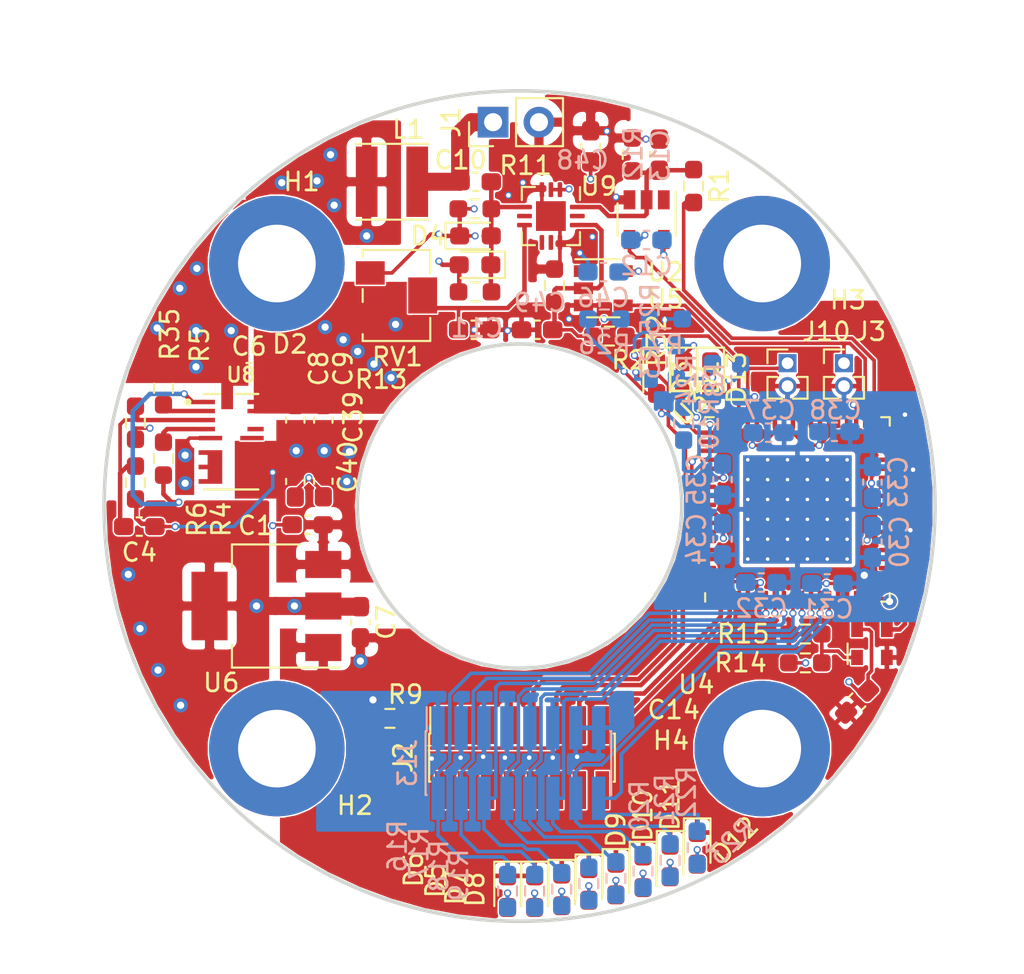
<source format=kicad_pcb>
(kicad_pcb (version 20171130) (host pcbnew 5.1.10-88a1d61d58~90~ubuntu20.04.1)
  (layers (0 F.Cu signal) (1 In1.Cu signal) (2 In2.Cu signal) (31 B.Cu signal) (34 B.Paste user) (35 F.Paste user) (36 B.SilkS user) (37 F.SilkS user) (38 B.Mask user) (39 F.Mask user) (44 Edge.Cuts user))
  (net 0 "")
  (net 1 GND)
  (net 2 +VDC)
  (net 3 +3V3)
  (net 4 "Net-(R5-Pad2)")
  (net 5 +5V)
  (net 6 "Net-(C10-Pad1)")
  (net 7 "Net-(C11-Pad1)")
  (net 8 "Net-(R14-Pad1)")
  (net 9 CLK)
  (net 10 TRIGGER)
  (net 11 "Net-(U5-Pad1)")
  (net 12 "Net-(D5-Pad2)")
  (net 13 "Net-(D6-Pad2)")
  (net 14 "Net-(D7-Pad2)")
  (net 15 "Net-(D8-Pad2)")
  (net 16 "Net-(D9-Pad2)")
  (net 17 "Net-(D10-Pad2)")
  (net 18 "Net-(D11-Pad2)")
  (net 19 "Net-(D12-Pad2)")
  (net 20 "Net-(D13-Pad2)")
  (net 21 PULSE0)
  (net 22 PULSE1)
  (net 23 PULSE2)
  (net 24 PULSE3)
  (net 25 PULSE4)
  (net 26 PULSE5)
  (net 27 PULSE6)
  (net 28 PULSE7)
  (net 29 "Net-(J2-Pad5)")
  (net 30 +VSW)
  (net 31 "Net-(U9-Pad11)")
  (net 32 "Net-(U9-Pad8)")
  (net 33 "Net-(U9-Pad7)")
  (net 34 "Net-(U9-Pad5)")
  (net 35 ~TRIGGER)
  (net 36 "Net-(U2-Pad1)")
  (net 37 /Q)
  (net 38 /~Q)
  (net 39 "Net-(H1-Pad1)")
  (net 40 "Net-(H2-Pad1)")
  (net 41 "Net-(H3-Pad1)")
  (net 42 "Net-(H4-Pad1)")
  (net 43 "Net-(J2-Pad10)")
  (net 44 "Net-(J2-Pad8)")
  (net 45 "Net-(J2-Pad6)")
  (net 46 "Net-(J2-Pad3)")
  (net 47 "Net-(C4-Pad2)")
  (net 48 "Net-(R4-Pad2)")
  (net 49 "Net-(R4-Pad1)")
  (net 50 "Net-(U3-Pad69)")
  (net 51 "Net-(U3-Pad68)")
  (net 52 "Net-(U3-Pad67)")
  (net 53 "Net-(U3-Pad66)")
  (net 54 "Net-(U3-Pad65)")
  (net 55 "Net-(U3-Pad63)")
  (net 56 "Net-(U3-Pad59)")
  (net 57 "Net-(U3-Pad58)")
  (net 58 "Net-(U3-Pad57)")
  (net 59 "Net-(U3-Pad56)")
  (net 60 "Net-(U3-Pad53)")
  (net 61 "Net-(U3-Pad50)")
  (net 62 "Net-(U3-Pad49)")
  (net 63 "Net-(U3-Pad47)")
  (net 64 "Net-(U3-Pad45)")
  (net 65 "Net-(U3-Pad44)")
  (net 66 "Net-(U3-Pad43)")
  (net 67 "Net-(U3-Pad41)")
  (net 68 "Net-(U3-Pad40)")
  (net 69 "Net-(U3-Pad36)")
  (net 70 "Net-(U3-Pad35)")
  (net 71 "Net-(U3-Pad34)")
  (net 72 "Net-(U3-Pad33)")
  (net 73 "Net-(U3-Pad31)")
  (net 74 "Net-(U3-Pad30)")
  (net 75 "Net-(U3-Pad28)")
  (net 76 "Net-(U3-Pad27)")
  (net 77 "Net-(U3-Pad26)")
  (net 78 "Net-(U3-Pad24)")
  (net 79 "Net-(U3-Pad22)")
  (net 80 "Net-(U3-Pad21)")
  (net 81 "Net-(U3-Pad20)")
  (net 82 "Net-(U3-Pad19)")
  (net 83 "Net-(U3-Pad17)")
  (net 84 "Net-(U3-Pad16)")
  (net 85 "Net-(U3-Pad14)")
  (net 86 "Net-(U3-Pad4)")
  (net 87 "Net-(U3-Pad3)")
  (net 88 "Net-(D13-Pad1)")
  (net 89 TDO)
  (net 90 TDI)
  (net 91 TCK)
  (net 92 TMS)
  (net 93 "Net-(J2-Pad4)")
  (net 94 "Net-(J2-Pad2)")
  (net 95 "Net-(J2-Pad1)")
  (net 96 "Net-(R25-Pad1)")
  (net 97 "Net-(J2-Pad16)")
  (net 98 "Net-(J2-Pad14)")
  (net 99 "Net-(J2-Pad12)")
  (net 100 COMP)
  (net 101 ~COMP)
  (net 102 "Net-(U8-Pad12)")
  (net 103 "Net-(U8-Pad6_7_8)")
  (net 104 "Net-(D1-Pad2)")
  (net 105 "Net-(D1-Pad1)")
  (net 106 "Net-(D3-Pad2)")
  (net 107 "Net-(D3-Pad1)")
  (module Resistor_SMD:R_0603_1608Metric_Pad0.98x0.95mm_HandSolder (layer B.Cu) (at 143.3625 104.9)
    (fp_text reference R26 (at 0 1.43) (layer B.SilkS) (effects (justify mirror)))
    (fp_text value 10k)
    (pad 2 smd roundrect (at 0.9125 0) (size 0.975 0.95) (layers B.Cu B.Paste B.Mask) (net 3 +3V3))
    (pad 1 smd roundrect (at -0.9125 0) (size 0.975 0.95) (layers B.Cu B.Paste B.Mask) (net 106 "Net-(D3-Pad2)"))
  )
  (module Resistor_SMD:R_0603_1608Metric_Pad0.98x0.95mm_HandSolder (layer B.Cu) (at 147.75 110.7 90)
    (fp_text reference R10 (at 0 1.43 90) (layer B.SilkS) (effects (justify mirror)))
    (fp_text value 10k)
    (pad 2 smd roundrect (at 0.9125 0 90) (size 0.975 0.95) (layers B.Cu B.Paste B.Mask) (net 3 +3V3))
    (pad 1 smd roundrect (at -0.9125 0 90) (size 0.975 0.95) (layers B.Cu B.Paste B.Mask) (net 104 "Net-(D1-Pad2)"))
  )
  (module Resistor_SMD:R_0603_1608Metric_Pad0.98x0.95mm_HandSolder (layer B.Cu) (at 150.9 108.3 270)
    (fp_text reference R8 (at 0 1.43 270) (layer B.SilkS) (effects (justify mirror)))
    (fp_text value 10k)
    (pad 2 smd roundrect (at 0.9125 0 270) (size 0.975 0.95) (layers B.Cu B.Paste B.Mask) (net 3 +3V3))
    (pad 1 smd roundrect (at -0.9125 0 270) (size 0.975 0.95) (layers B.Cu B.Paste B.Mask) (net 20 "Net-(D13-Pad2)"))
  )
  (module Resistor_SMD:R_0603_1608Metric_Pad0.98x0.95mm_HandSolder (layer B.Cu) (at 146.7625 104.9)
    (fp_text reference R7 (at 0 1.43) (layer B.SilkS) (effects (justify mirror)))
    (fp_text value 1k)
    (pad 2 smd roundrect (at 0.9125 0) (size 0.975 0.95) (layers B.Cu B.Paste B.Mask) (net 1 GND))
    (pad 1 smd roundrect (at -0.9125 0) (size 0.975 0.95) (layers B.Cu B.Paste B.Mask) (net 107 "Net-(D3-Pad1)"))
  )
  (module Resistor_SMD:R_0603_1608Metric_Pad0.98x0.95mm_HandSolder (layer B.Cu) (at 147.35 107.2875 270)
    (fp_text reference R3 (at 0 1.43 90) (layer B.SilkS) (effects (justify mirror)))
    (fp_text value 1k)
    (pad 2 smd roundrect (at 0.9125 0 270) (size 0.975 0.95) (layers B.Cu B.Paste B.Mask) (net 1 GND))
    (pad 1 smd roundrect (at -0.9125 0 270) (size 0.975 0.95) (layers B.Cu B.Paste B.Mask) (net 105 "Net-(D1-Pad1)"))
  )
  (module LED_SMD:LED_0603_1608Metric_Pad1.05x0.95mm_HandSolder (layer F.Cu) (at 146.25 108.15 270)
    (fp_text reference D3 (at 0 -1.43 90) (layer F.SilkS))
    (fp_text value LED)
    (pad 2 smd roundrect (at 0.875 0 270) (size 1.05 0.95) (layers F.Cu F.Paste F.Mask) (net 106 "Net-(D3-Pad2)"))
    (pad 1 smd roundrect (at -0.875 0 270) (size 1.05 0.95) (layers F.Cu F.Paste F.Mask) (net 107 "Net-(D3-Pad1)"))
  )
  (module LED_SMD:LED_0603_1608Metric_Pad1.05x0.95mm_HandSolder (layer F.Cu) (at 147.75 108.15 270)
    (fp_text reference D1 (at 0 -1.43 90) (layer F.SilkS))
    (fp_text value LED)
    (pad 2 smd roundrect (at 0.875 0 270) (size 1.05 0.95) (layers F.Cu F.Paste F.Mask) (net 104 "Net-(D1-Pad2)"))
    (pad 1 smd roundrect (at -0.875 0 270) (size 1.05 0.95) (layers F.Cu F.Paste F.Mask) (net 105 "Net-(D1-Pad1)"))
  )
  (module Capacitor_SMD:C_0603_1608Metric_Pad1.08x0.95mm_HandSolder (layer F.Cu) (at 142.6 95.337499 90)
    (fp_text reference C48 (at -0.762501 -0.45 -180) (layer B.SilkS) (effects (justify mirror)))
    (fp_text value C)
    (pad 2 smd roundrect (at 0.8625 0 90) (size 1.075 0.95) (layers F.Cu F.Paste F.Mask) (net 1 GND))
    (pad 1 smd roundrect (at -0.8625 0 90) (size 1.075 0.95) (layers F.Cu F.Paste F.Mask) (net 3 +3V3))
  )
  (module Recom:CONV_RPX-1.5-R (layer F.Cu) (at 122.7 111.7)
    (fp_text reference U8 (at 0.54 -3.708) (layer F.SilkS) (effects (font (size 0.8 0.8))))
    (fp_text value RPX-1.5-tony_bits)
    (pad 6_7_8 smd custom (at -0.9 1.4) (size 0.5 0.5) (layers F.Cu) (net 103 "Net-(U8-Pad6_7_8)") (options (clearance outline) (anchor rect)) (primitives (gr_poly (pts (xy -0.9 -0.925) (xy -0.9 -0.675) (xy -0.4 -0.675) (xy -0.4 -0.125) (xy -0.9 -0.125) (xy -0.9 0.125) (xy -0.4 0.125) (xy -0.4 0.675) (xy -0.9 0.675) (xy -0.9 0.925) (xy 0.4 0.925) (xy 0.4 -0.925)) (width 0.01))))
    (pad 9_10_11 smd custom (at 0.9 1.4) (size 0.5 0.5) (layers F.Cu) (net 5 +5V) (options (clearance outline) (anchor rect)) (primitives (gr_poly (pts (xy 0.9 -0.925) (xy 0.9 -0.675) (xy 0.4 -0.675) (xy 0.4 -0.125) (xy 0.9 -0.125) (xy 0.9 0.125) (xy 0.4 0.125) (xy 0.4 0.675) (xy 0.9 0.675) (xy 0.9 0.925) (xy -0.4 0.925) (xy -0.4 -0.925)) (width 0.01))))
    (pad 16 smd rect (at -0.175 -2.35) (size 0.25 0.9) (layers F.Cu F.Paste F.Mask) (net 30 +VSW))
    (pad 12 smd rect (at 1.15 -0.2) (size 1.3 0.25) (layers F.Cu F.Paste F.Mask) (net 102 "Net-(U8-Pad12)"))
    (pad 13 smd rect (at 1.35 -0.7) (size 0.9 0.25) (layers F.Cu F.Paste F.Mask))
    (pad 14 smd rect (at 1.35 -1.7) (size 0.9 0.25) (layers F.Cu F.Paste F.Mask) (net 1 GND))
    (pad 15 smd rect (at 1.35 -2.2) (size 0.9 0.25) (layers F.Cu F.Paste F.Mask) (net 1 GND))
    (pad 5 smd rect (at -1.15 -0.2) (size 1.3 0.25) (layers F.Cu F.Paste F.Mask) (net 1 GND))
    (pad 4 smd rect (at -1.35 -0.7) (size 0.9 0.25) (layers F.Cu F.Paste F.Mask) (net 49 "Net-(R4-Pad1)"))
    (pad 3 smd rect (at -1.35 -1.2) (size 0.9 0.25) (layers F.Cu F.Paste F.Mask) (net 47 "Net-(C4-Pad2)"))
    (pad 2 smd rect (at -1.35 -1.7) (size 0.9 0.25) (layers F.Cu F.Paste F.Mask) (net 4 "Net-(R5-Pad2)"))
    (pad 1 smd rect (at -1.35 -2.2) (size 0.9 0.25) (layers F.Cu F.Paste F.Mask) (net 48 "Net-(R4-Pad2)"))
  )
  (module Resistor_SMD:R_0603_1608Metric_Pad0.98x0.95mm_HandSolder (layer F.Cu) (at 117.4 110.65 270)
    (fp_text reference R35 (at -4.9 -1.9 90) (layer F.SilkS))
    (fp_text value 14.3K)
    (pad 2 smd roundrect (at 0.9125 0 270) (size 0.975 0.95) (layers F.Cu F.Paste F.Mask) (net 1 GND))
    (pad 1 smd roundrect (at -0.9125 0 270) (size 0.975 0.95) (layers F.Cu F.Paste F.Mask) (net 47 "Net-(C4-Pad2)"))
  )
  (module Resistor_SMD:R_0603_1608Metric_Pad0.98x0.95mm_HandSolder (layer B.Cu) (at 145.85 107.3125 90)
    (fp_text reference R25 (at 2.95 0.05 270) (layer B.SilkS) (effects (justify mirror)))
    (fp_text value 1k)
    (pad 2 smd roundrect (at 0.9125 0 90) (size 0.975 0.95) (layers B.Cu B.Paste B.Mask) (net 3 +3V3))
    (pad 1 smd roundrect (at -0.9125 0 90) (size 0.975 0.95) (layers B.Cu B.Paste B.Mask) (net 96 "Net-(R25-Pad1)"))
  )
  (module Resistor_SMD:R_0603_1608Metric_Pad0.98x0.95mm_HandSolder (layer B.Cu) (at 149.35 108.2875 270)
    (fp_text reference R24 (at 0 1.43 90) (layer B.SilkS) (effects (justify mirror)))
    (fp_text value 1k)
    (pad 2 smd roundrect (at 0.9125 0 270) (size 0.975 0.95) (layers B.Cu B.Paste B.Mask) (net 1 GND))
    (pad 1 smd roundrect (at -0.9125 0 270) (size 0.975 0.95) (layers B.Cu B.Paste B.Mask) (net 88 "Net-(D13-Pad1)"))
  )
  (module Resistor_SMD:R_0603_1608Metric_Pad0.98x0.95mm_HandSolder (layer F.Cu) (at 154.4875 122.35)
    (fp_text reference R15 (at -3.4375 0) (layer F.SilkS))
    (fp_text value R)
    (pad 2 smd roundrect (at 0.9125 0) (size 0.975 0.95) (layers F.Cu F.Paste F.Mask) (net 8 "Net-(R14-Pad1)"))
    (pad 1 smd roundrect (at -0.9125 0) (size 0.975 0.95) (layers F.Cu F.Paste F.Mask) (net 1 GND))
  )
  (module Resistor_SMD:R_0603_1608Metric_Pad0.98x0.95mm_HandSolder (layer F.Cu) (at 154.4875 123.95 180)
    (fp_text reference R14 (at 3.5875 0) (layer F.SilkS))
    (fp_text value R)
    (pad 2 smd roundrect (at 0.9125 0 180) (size 0.975 0.95) (layers F.Cu F.Paste F.Mask) (net 3 +3V3))
    (pad 1 smd roundrect (at -0.9125 0 180) (size 0.975 0.95) (layers F.Cu F.Paste F.Mask) (net 8 "Net-(R14-Pad1)"))
  )
  (module Resistor_SMD:R_0603_1608Metric_Pad0.98x0.95mm_HandSolder (layer F.Cu) (at 131.4875 127.025 180)
    (fp_text reference R9 (at -0.8625 1.325) (layer F.SilkS))
    (fp_text value 1k)
    (pad 2 smd roundrect (at 0.9125 0 180) (size 0.975 0.95) (layers F.Cu F.Paste F.Mask) (net 1 GND))
    (pad 1 smd roundrect (at -0.9125 0 180) (size 0.975 0.95) (layers F.Cu F.Paste F.Mask) (net 91 TCK))
  )
  (module Resistor_SMD:R_0603_1608Metric_Pad0.98x0.95mm_HandSolder (layer F.Cu) (at 117.4 113.9625 90)
    (fp_text reference R6 (at -2.0375 3.4 90) (layer F.SilkS))
    (fp_text value 75K)
    (pad 2 smd roundrect (at 0.9125 0 90) (size 0.975 0.95) (layers F.Cu F.Paste F.Mask) (net 47 "Net-(C4-Pad2)"))
    (pad 1 smd roundrect (at -0.9125 0 90) (size 0.975 0.95) (layers F.Cu F.Paste F.Mask) (net 5 +5V))
  )
  (module Resistor_SMD:R_0603_1608Metric_Pad0.98x0.95mm_HandSolder (layer F.Cu) (at 118.95 108.7375 270)
    (fp_text reference R5 (at -2.3875 -2 90) (layer F.SilkS))
    (fp_text value 100k)
    (pad 2 smd roundrect (at 0.9125 0 270) (size 0.975 0.95) (layers F.Cu F.Paste F.Mask) (net 4 "Net-(R5-Pad2)"))
    (pad 1 smd roundrect (at -0.9125 0 270) (size 0.975 0.95) (layers F.Cu F.Paste F.Mask) (net 30 +VSW))
  )
  (module Resistor_SMD:R_0603_1608Metric_Pad0.98x0.95mm_HandSolder (layer F.Cu) (at 118.95 112.6375 270)
    (fp_text reference R4 (at 3.3625 -3.2 90) (layer F.SilkS))
    (fp_text value 100k)
    (pad 2 smd roundrect (at 0.9125 0 270) (size 0.975 0.95) (layers F.Cu F.Paste F.Mask) (net 48 "Net-(R4-Pad2)"))
    (pad 1 smd roundrect (at -0.9125 0 270) (size 0.975 0.95) (layers F.Cu F.Paste F.Mask) (net 49 "Net-(R4-Pad1)"))
  )
  (module Connector_PinHeader_1.27mm:PinHeader_1x02_P1.27mm_Vertical (layer F.Cu) (at 153.5 107.35)
    (fp_text reference J10 (at 2.15 -1.75) (layer F.SilkS))
    (fp_text value Conn_01x02_Male)
    (pad 2 thru_hole oval (at 0 1.27) (size 1 1) (drill 0.65) (layers *.Cu *.Mask) (net 1 GND))
    (pad 1 thru_hole rect (at 0 0) (size 1 1) (drill 0.65) (layers *.Cu *.Mask) (net 35 ~TRIGGER))
  )
  (module Connector_PinHeader_1.27mm:PinHeader_1x02_P1.27mm_Vertical (layer F.Cu) (at 156.625 107.35)
    (fp_text reference J3 (at 1.475 -1.75) (layer F.SilkS))
    (fp_text value Conn_01x02_Male)
    (pad 2 thru_hole oval (at 0 1.27) (size 1 1) (drill 0.65) (layers *.Cu *.Mask) (net 1 GND))
    (pad 1 thru_hole rect (at 0 0) (size 1 1) (drill 0.65) (layers *.Cu *.Mask) (net 10 TRIGGER))
  )
  (module LED_SMD:LED_0603_1608Metric_Pad1.05x0.95mm_HandSolder (layer F.Cu) (at 149.25 108.15 270)
    (fp_text reference D13 (at 0 -1.43 90) (layer F.SilkS))
    (fp_text value LED)
    (pad 2 smd roundrect (at 0.875 0 270) (size 1.05 0.95) (layers F.Cu F.Paste F.Mask) (net 20 "Net-(D13-Pad2)"))
    (pad 1 smd roundrect (at -0.875 0 270) (size 1.05 0.95) (layers F.Cu F.Paste F.Mask) (net 88 "Net-(D13-Pad1)"))
  )
  (module Capacitor_SMD:C_0603_1608Metric_Pad1.08x0.95mm_HandSolder (layer B.Cu) (at 143.3125 102.3)
    (fp_text reference C46 (at 0 1.43) (layer B.SilkS) (effects (justify mirror)))
    (fp_text value C)
    (pad 2 smd roundrect (at 0.8625 0) (size 1.075 0.95) (layers B.Cu B.Paste B.Mask) (net 3 +3V3))
    (pad 1 smd roundrect (at -0.8625 0) (size 1.075 0.95) (layers B.Cu B.Paste B.Mask) (net 1 GND))
  )
  (module Capacitor_SMD:C_0603_1608Metric_Pad1.08x0.95mm_HandSolder (layer F.Cu) (at 127.8 113.887499 270)
    (fp_text reference C40 (at -0.787499 -1.35 90) (layer F.SilkS))
    (fp_text value 10u)
    (pad 2 smd roundrect (at 0.8625 0 270) (size 1.075 0.95) (layers F.Cu F.Paste F.Mask) (net 1 GND))
    (pad 1 smd roundrect (at -0.8625 0 270) (size 1.075 0.95) (layers F.Cu F.Paste F.Mask) (net 5 +5V))
  )
  (module Capacitor_SMD:C_0603_1608Metric_Pad1.08x0.95mm_HandSolder (layer F.Cu) (at 126.25 113.9 270)
    (fp_text reference C39 (at -3.55 -3.2 90) (layer F.SilkS))
    (fp_text value 10u)
    (pad 2 smd roundrect (at 0.8625 0 270) (size 1.075 0.95) (layers F.Cu F.Paste F.Mask) (net 1 GND))
    (pad 1 smd roundrect (at -0.8625 0 270) (size 1.075 0.95) (layers F.Cu F.Paste F.Mask) (net 5 +5V))
  )
  (module Capacitor_SMD:C_0603_1608Metric_Pad1.08x0.95mm_HandSolder (layer B.Cu) (at 156.1 111.15)
    (fp_text reference C38 (at 0.05 -1.2) (layer B.SilkS) (effects (justify mirror)))
    (fp_text value 100n)
    (pad 2 smd roundrect (at 0.8625 0) (size 1.075 0.95) (layers B.Cu B.Paste B.Mask) (net 1 GND))
    (pad 1 smd roundrect (at -0.8625 0) (size 1.075 0.95) (layers B.Cu B.Paste B.Mask) (net 3 +3V3))
  )
  (module Capacitor_SMD:C_0603_1608Metric_Pad1.08x0.95mm_HandSolder (layer B.Cu) (at 152.45 111.2)
    (fp_text reference C37 (at 0.05 -1.25) (layer B.SilkS) (effects (justify mirror)))
    (fp_text value 100n)
    (pad 2 smd roundrect (at 0.8625 0) (size 1.075 0.95) (layers B.Cu B.Paste B.Mask) (net 1 GND))
    (pad 1 smd roundrect (at -0.8625 0) (size 1.075 0.95) (layers B.Cu B.Paste B.Mask) (net 3 +3V3))
  )
  (module Capacitor_SMD:C_0603_1608Metric_Pad1.08x0.95mm_HandSolder (layer B.Cu) (at 149.9 113.8 270)
    (fp_text reference C35 (at 0 1.43 270) (layer B.SilkS) (effects (justify mirror)))
    (fp_text value 100n)
    (pad 2 smd roundrect (at 0.8625 0 270) (size 1.075 0.95) (layers B.Cu B.Paste B.Mask) (net 1 GND))
    (pad 1 smd roundrect (at -0.8625 0 270) (size 1.075 0.95) (layers B.Cu B.Paste B.Mask) (net 3 +3V3))
  )
  (module Capacitor_SMD:C_0603_1608Metric_Pad1.08x0.95mm_HandSolder (layer B.Cu) (at 149.9 117.1 270)
    (fp_text reference C34 (at 0 1.43 270) (layer B.SilkS) (effects (justify mirror)))
    (fp_text value 100n)
    (pad 2 smd roundrect (at 0.8625 0 270) (size 1.075 0.95) (layers B.Cu B.Paste B.Mask) (net 1 GND))
    (pad 1 smd roundrect (at -0.8625 0 270) (size 1.075 0.95) (layers B.Cu B.Paste B.Mask) (net 3 +3V3))
  )
  (module Capacitor_SMD:C_0603_1608Metric_Pad1.08x0.95mm_HandSolder (layer B.Cu) (at 158.2 113.9375 90)
    (fp_text reference C33 (at 0 1.43 -90) (layer B.SilkS) (effects (justify mirror)))
    (fp_text value 100n)
    (pad 2 smd roundrect (at 0.8625 0 90) (size 1.075 0.95) (layers B.Cu B.Paste B.Mask) (net 1 GND))
    (pad 1 smd roundrect (at -0.8625 0 90) (size 1.075 0.95) (layers B.Cu B.Paste B.Mask) (net 3 +3V3))
  )
  (module Capacitor_SMD:C_0603_1608Metric_Pad1.08x0.95mm_HandSolder (layer B.Cu) (at 152.05 119.5)
    (fp_text reference C32 (at 0 1.43) (layer B.SilkS) (effects (justify mirror)))
    (fp_text value 100n)
    (pad 2 smd roundrect (at 0.8625 0) (size 1.075 0.95) (layers B.Cu B.Paste B.Mask) (net 1 GND))
    (pad 1 smd roundrect (at -0.8625 0) (size 1.075 0.95) (layers B.Cu B.Paste B.Mask) (net 3 +3V3))
  )
  (module Capacitor_SMD:C_0603_1608Metric_Pad1.08x0.95mm_HandSolder (layer B.Cu) (at 155.7 119.55)
    (fp_text reference C31 (at 0 1.43) (layer B.SilkS) (effects (justify mirror)))
    (fp_text value 100n)
    (pad 2 smd roundrect (at 0.8625 0) (size 1.075 0.95) (layers B.Cu B.Paste B.Mask) (net 1 GND))
    (pad 1 smd roundrect (at -0.8625 0) (size 1.075 0.95) (layers B.Cu B.Paste B.Mask) (net 3 +3V3))
  )
  (module Capacitor_SMD:C_0603_1608Metric_Pad1.08x0.95mm_HandSolder (layer B.Cu) (at 158.2 117.25 270)
    (fp_text reference C30 (at 0 -1.5 270) (layer B.SilkS) (effects (justify mirror)))
    (fp_text value 100n)
    (pad 2 smd roundrect (at 0.8625 0 270) (size 1.075 0.95) (layers B.Cu B.Paste B.Mask) (net 1 GND))
    (pad 1 smd roundrect (at -0.8625 0 270) (size 1.075 0.95) (layers B.Cu B.Paste B.Mask) (net 3 +3V3))
  )
  (module Capacitor_SMD:C_0603_1608Metric_Pad1.08x0.95mm_HandSolder (layer F.Cu) (at 157.35 126.1 45)
    (fp_text reference C14 (at -7.495332 -6.858936) (layer F.SilkS))
    (fp_text value C)
    (pad 2 smd roundrect (at 0.8625 0 45) (size 1.075 0.95) (layers F.Cu F.Paste F.Mask) (net 3 +3V3))
    (pad 1 smd roundrect (at -0.8625 0 45) (size 1.075 0.95) (layers F.Cu F.Paste F.Mask) (net 1 GND))
  )
  (module Capacitor_SMD:C_0603_1608Metric_Pad1.08x0.95mm_HandSolder (layer F.Cu) (at 127.8 110.5 90)
    (fp_text reference C9 (at 2.85 1.1 90) (layer F.SilkS))
    (fp_text value 10u)
    (pad 2 smd roundrect (at 0.8625 0 90) (size 1.075 0.95) (layers F.Cu F.Paste F.Mask) (net 1 GND))
    (pad 1 smd roundrect (at -0.8625 0 90) (size 1.075 0.95) (layers F.Cu F.Paste F.Mask) (net 5 +5V))
  )
  (module Capacitor_SMD:C_0603_1608Metric_Pad1.08x0.95mm_HandSolder (layer F.Cu) (at 126.25 110.5 90)
    (fp_text reference C8 (at 2.85 1.3 90) (layer F.SilkS))
    (fp_text value 10u)
    (pad 2 smd roundrect (at 0.8625 0 90) (size 1.075 0.95) (layers F.Cu F.Paste F.Mask) (net 1 GND))
    (pad 1 smd roundrect (at -0.8625 0 90) (size 1.075 0.95) (layers F.Cu F.Paste F.Mask) (net 5 +5V))
  )
  (module Capacitor_SMD:C_0603_1608Metric_Pad1.08x0.95mm_HandSolder (layer F.Cu) (at 123.6875 107.85)
    (fp_text reference C6 (at 0 -1.43) (layer F.SilkS))
    (fp_text value 10u)
    (pad 2 smd roundrect (at 0.8625 0) (size 1.075 0.95) (layers F.Cu F.Paste F.Mask) (net 1 GND))
    (pad 1 smd roundrect (at -0.8625 0) (size 1.075 0.95) (layers F.Cu F.Paste F.Mask) (net 30 +VSW))
  )
  (module Capacitor_SMD:C_0603_1608Metric_Pad1.08x0.95mm_HandSolder (layer F.Cu) (at 117.6125 116.4 180)
    (fp_text reference C4 (at 0 -1.43) (layer F.SilkS))
    (fp_text value 22p)
    (pad 2 smd roundrect (at 0.8625 0 180) (size 1.075 0.95) (layers F.Cu F.Paste F.Mask) (net 47 "Net-(C4-Pad2)"))
    (pad 1 smd roundrect (at -0.8625 0 180) (size 1.075 0.95) (layers F.Cu F.Paste F.Mask) (net 5 +5V))
  )
  (module Resistor_SMD:R_0603_1608Metric_Pad0.98x0.95mm_HandSolder (layer F.Cu) (at 143.6375 105.85 180)
    (fp_text reference R2 (at -1.0875 -1.325) (layer F.SilkS))
    (fp_text value 0r)
    (pad 2 smd roundrect (at 0.9125 0 180) (size 0.975 0.95) (layers F.Cu F.Paste F.Mask) (net 38 /~Q))
    (pad 1 smd roundrect (at -0.9125 0 180) (size 0.975 0.95) (layers F.Cu F.Paste F.Mask) (net 101 ~COMP))
  )
  (module Resistor_SMD:R_0603_1608Metric_Pad0.98x0.95mm_HandSolder (layer F.Cu) (at 148.3 97.5375 270)
    (fp_text reference R1 (at 0 -1.43 90) (layer F.SilkS))
    (fp_text value 0r)
    (pad 2 smd roundrect (at 0.9125 0 270) (size 0.975 0.95) (layers F.Cu F.Paste F.Mask) (net 100 COMP))
    (pad 1 smd roundrect (at -0.9125 0 270) (size 0.975 0.95) (layers F.Cu F.Paste F.Mask) (net 37 /Q))
  )
  (module Connector_PinSocket_1.27mm:PinSocket_2x08_P1.27mm_Vertical_SMD (layer F.Cu) (at 138.8 129.2 90)
    (fp_text reference J2 (at 0 -6.58 90) (layer F.SilkS))
    (fp_text value Conn_02x08_Odd_Even)
    (pad 16 smd rect (at -1.8 4.445 90) (size 2.1 0.75) (layers F.Cu F.Paste F.Mask) (net 97 "Net-(J2-Pad16)"))
    (pad 15 smd rect (at 1.8 4.445 90) (size 2.1 0.75) (layers F.Cu F.Paste F.Mask) (net 89 TDO))
    (pad 14 smd rect (at -1.8 3.175 90) (size 2.1 0.75) (layers F.Cu F.Paste F.Mask) (net 98 "Net-(J2-Pad14)"))
    (pad 13 smd rect (at 1.8 3.175 90) (size 2.1 0.75) (layers F.Cu F.Paste F.Mask) (net 90 TDI))
    (pad 12 smd rect (at -1.8 1.905 90) (size 2.1 0.75) (layers F.Cu F.Paste F.Mask) (net 99 "Net-(J2-Pad12)"))
    (pad 11 smd rect (at 1.8 1.905 90) (size 2.1 0.75) (layers F.Cu F.Paste F.Mask) (net 91 TCK))
    (pad 10 smd rect (at -1.8 0.635 90) (size 2.1 0.75) (layers F.Cu F.Paste F.Mask) (net 43 "Net-(J2-Pad10)"))
    (pad 9 smd rect (at 1.8 0.635 90) (size 2.1 0.75) (layers F.Cu F.Paste F.Mask) (net 92 TMS))
    (pad 8 smd rect (at -1.8 -0.635 90) (size 2.1 0.75) (layers F.Cu F.Paste F.Mask) (net 44 "Net-(J2-Pad8)"))
    (pad 7 smd rect (at 1.8 -0.635 90) (size 2.1 0.75) (layers F.Cu F.Paste F.Mask) (net 1 GND))
    (pad 6 smd rect (at -1.8 -1.905 90) (size 2.1 0.75) (layers F.Cu F.Paste F.Mask) (net 45 "Net-(J2-Pad6)"))
    (pad 5 smd rect (at 1.8 -1.905 90) (size 2.1 0.75) (layers F.Cu F.Paste F.Mask) (net 29 "Net-(J2-Pad5)"))
    (pad 4 smd rect (at -1.8 -3.175 90) (size 2.1 0.75) (layers F.Cu F.Paste F.Mask) (net 93 "Net-(J2-Pad4)"))
    (pad 3 smd rect (at 1.8 -3.175 90) (size 2.1 0.75) (layers F.Cu F.Paste F.Mask) (net 46 "Net-(J2-Pad3)"))
    (pad 2 smd rect (at -1.8 -4.445 90) (size 2.1 0.75) (layers F.Cu F.Paste F.Mask) (net 94 "Net-(J2-Pad2)"))
    (pad 1 smd rect (at 1.8 -4.445 90) (size 2.1 0.75) (layers F.Cu F.Paste F.Mask) (net 95 "Net-(J2-Pad1)"))
  )
  (module Connector_PinHeader_1.27mm:PinHeader_2x08_P1.27mm_Vertical_SMD (layer B.Cu) (at 138.6 129.5 270)
    (fp_text reference J13 (at 0 6.14 270) (layer B.SilkS) (effects (justify mirror)))
    (fp_text value Conn_02x08_Odd_Even)
    (pad 16 smd rect (at 1.95 -4.445 270) (size 2.4 0.74) (layers B.Cu B.Paste B.Mask) (net 28 PULSE7))
    (pad 15 smd rect (at -1.95 -4.445 270) (size 2.4 0.74) (layers B.Cu B.Paste B.Mask) (net 1 GND))
    (pad 14 smd rect (at 1.95 -3.175 270) (size 2.4 0.74) (layers B.Cu B.Paste B.Mask) (net 27 PULSE6))
    (pad 13 smd rect (at -1.95 -3.175 270) (size 2.4 0.74) (layers B.Cu B.Paste B.Mask) (net 1 GND))
    (pad 12 smd rect (at 1.95 -1.905 270) (size 2.4 0.74) (layers B.Cu B.Paste B.Mask) (net 26 PULSE5))
    (pad 11 smd rect (at -1.95 -1.905 270) (size 2.4 0.74) (layers B.Cu B.Paste B.Mask) (net 1 GND))
    (pad 10 smd rect (at 1.95 -0.635 270) (size 2.4 0.74) (layers B.Cu B.Paste B.Mask) (net 25 PULSE4))
    (pad 9 smd rect (at -1.95 -0.635 270) (size 2.4 0.74) (layers B.Cu B.Paste B.Mask) (net 1 GND))
    (pad 8 smd rect (at 1.95 0.635 270) (size 2.4 0.74) (layers B.Cu B.Paste B.Mask) (net 24 PULSE3))
    (pad 7 smd rect (at -1.95 0.635 270) (size 2.4 0.74) (layers B.Cu B.Paste B.Mask) (net 1 GND))
    (pad 6 smd rect (at 1.95 1.905 270) (size 2.4 0.74) (layers B.Cu B.Paste B.Mask) (net 23 PULSE2))
    (pad 5 smd rect (at -1.95 1.905 270) (size 2.4 0.74) (layers B.Cu B.Paste B.Mask) (net 1 GND))
    (pad 4 smd rect (at 1.95 3.175 270) (size 2.4 0.74) (layers B.Cu B.Paste B.Mask) (net 22 PULSE1))
    (pad 3 smd rect (at -1.95 3.175 270) (size 2.4 0.74) (layers B.Cu B.Paste B.Mask) (net 1 GND))
    (pad 2 smd rect (at 1.95 4.445 270) (size 2.4 0.74) (layers B.Cu B.Paste B.Mask) (net 21 PULSE0))
    (pad 1 smd rect (at -1.95 4.445 270) (size 2.4 0.74) (layers B.Cu B.Paste B.Mask) (net 1 GND))
  )
  (module Package_TO_SOT_SMD:SOT-223-3_TabPin2 (layer F.Cu) (at 124.65 120.8 180)
    (fp_text reference U6 (at 2.5 -4.25) (layer F.SilkS))
    (fp_text value NCP1117-3.3_SOT223)
    (pad 1 smd rect (at -3.15 -2.3 180) (size 2 1.5) (layers F.Cu F.Paste F.Mask) (net 1 GND))
    (pad 3 smd rect (at -3.15 2.3 180) (size 2 1.5) (layers F.Cu F.Paste F.Mask) (net 5 +5V))
    (pad 2 smd rect (at -3.15 0 180) (size 2 1.5) (layers F.Cu F.Paste F.Mask) (net 3 +3V3))
    (pad 2 smd rect (at 3.15 0 180) (size 2 3.8) (layers F.Cu F.Paste F.Mask) (net 3 +3V3))
  )
  (module Package_DFN_QFN:QFN-72-1EP_10x10mm_P0.5mm_EP6x6mm_ThermalVias (layer F.Cu) (at 154.05 115.45 90)
    (fp_text reference U3 (at 5.6 -5.9 225) (layer F.SilkS))
    (fp_text value LCMXO3D-4300ZC-3SG72I)
    (pad 73 smd rect (at 0 0 90) (size 6 6) (layers B.Cu) (net 1 GND))
    (pad 73 thru_hole circle (at 2.75 2.75 90) (size 0.5 0.5) (drill 0.2) (layers *.Cu) (net 1 GND))
    (pad 73 thru_hole circle (at 1.65 2.75 90) (size 0.5 0.5) (drill 0.2) (layers *.Cu) (net 1 GND))
    (pad 73 thru_hole circle (at 0.55 2.75 90) (size 0.5 0.5) (drill 0.2) (layers *.Cu) (net 1 GND))
    (pad 73 thru_hole circle (at -0.55 2.75 90) (size 0.5 0.5) (drill 0.2) (layers *.Cu) (net 1 GND))
    (pad 73 thru_hole circle (at -1.65 2.75 90) (size 0.5 0.5) (drill 0.2) (layers *.Cu) (net 1 GND))
    (pad 73 thru_hole circle (at -2.75 2.75 90) (size 0.5 0.5) (drill 0.2) (layers *.Cu) (net 1 GND))
    (pad 73 thru_hole circle (at 2.75 1.65 90) (size 0.5 0.5) (drill 0.2) (layers *.Cu) (net 1 GND))
    (pad 73 thru_hole circle (at 1.65 1.65 90) (size 0.5 0.5) (drill 0.2) (layers *.Cu) (net 1 GND))
    (pad 73 thru_hole circle (at 0.55 1.65 90) (size 0.5 0.5) (drill 0.2) (layers *.Cu) (net 1 GND))
    (pad 73 thru_hole circle (at -0.55 1.65 90) (size 0.5 0.5) (drill 0.2) (layers *.Cu) (net 1 GND))
    (pad 73 thru_hole circle (at -1.65 1.65 90) (size 0.5 0.5) (drill 0.2) (layers *.Cu) (net 1 GND))
    (pad 73 thru_hole circle (at -2.75 1.65 90) (size 0.5 0.5) (drill 0.2) (layers *.Cu) (net 1 GND))
    (pad 73 thru_hole circle (at 2.75 0.55 90) (size 0.5 0.5) (drill 0.2) (layers *.Cu) (net 1 GND))
    (pad 73 thru_hole circle (at 1.65 0.55 90) (size 0.5 0.5) (drill 0.2) (layers *.Cu) (net 1 GND))
    (pad 73 thru_hole circle (at 0.55 0.55 90) (size 0.5 0.5) (drill 0.2) (layers *.Cu) (net 1 GND))
    (pad 73 thru_hole circle (at -0.55 0.55 90) (size 0.5 0.5) (drill 0.2) (layers *.Cu) (net 1 GND))
    (pad 73 thru_hole circle (at -1.65 0.55 90) (size 0.5 0.5) (drill 0.2) (layers *.Cu) (net 1 GND))
    (pad 73 thru_hole circle (at -2.75 0.55 90) (size 0.5 0.5) (drill 0.2) (layers *.Cu) (net 1 GND))
    (pad 73 thru_hole circle (at 2.75 -0.55 90) (size 0.5 0.5) (drill 0.2) (layers *.Cu) (net 1 GND))
    (pad 73 thru_hole circle (at 1.65 -0.55 90) (size 0.5 0.5) (drill 0.2) (layers *.Cu) (net 1 GND))
    (pad 73 thru_hole circle (at 0.55 -0.55 90) (size 0.5 0.5) (drill 0.2) (layers *.Cu) (net 1 GND))
    (pad 73 thru_hole circle (at -0.55 -0.55 90) (size 0.5 0.5) (drill 0.2) (layers *.Cu) (net 1 GND))
    (pad 73 thru_hole circle (at -1.65 -0.55 90) (size 0.5 0.5) (drill 0.2) (layers *.Cu) (net 1 GND))
    (pad 73 thru_hole circle (at -2.75 -0.55 90) (size 0.5 0.5) (drill 0.2) (layers *.Cu) (net 1 GND))
    (pad 73 thru_hole circle (at 2.75 -1.65 90) (size 0.5 0.5) (drill 0.2) (layers *.Cu) (net 1 GND))
    (pad 73 thru_hole circle (at 1.65 -1.65 90) (size 0.5 0.5) (drill 0.2) (layers *.Cu) (net 1 GND))
    (pad 73 thru_hole circle (at 0.55 -1.65 90) (size 0.5 0.5) (drill 0.2) (layers *.Cu) (net 1 GND))
    (pad 73 thru_hole circle (at -0.55 -1.65 90) (size 0.5 0.5) (drill 0.2) (layers *.Cu) (net 1 GND))
    (pad 73 thru_hole circle (at -1.65 -1.65 90) (size 0.5 0.5) (drill 0.2) (layers *.Cu) (net 1 GND))
    (pad 73 thru_hole circle (at -2.75 -1.65 90) (size 0.5 0.5) (drill 0.2) (layers *.Cu) (net 1 GND))
    (pad 73 thru_hole circle (at 2.75 -2.75 90) (size 0.5 0.5) (drill 0.2) (layers *.Cu) (net 1 GND))
    (pad 73 thru_hole circle (at 1.65 -2.75 90) (size 0.5 0.5) (drill 0.2) (layers *.Cu) (net 1 GND))
    (pad 73 thru_hole circle (at 0.55 -2.75 90) (size 0.5 0.5) (drill 0.2) (layers *.Cu) (net 1 GND))
    (pad 73 thru_hole circle (at -0.55 -2.75 90) (size 0.5 0.5) (drill 0.2) (layers *.Cu) (net 1 GND))
    (pad 73 thru_hole circle (at -1.65 -2.75 90) (size 0.5 0.5) (drill 0.2) (layers *.Cu) (net 1 GND))
    (pad 73 thru_hole circle (at -2.75 -2.75 90) (size 0.5 0.5) (drill 0.2) (layers *.Cu) (net 1 GND))
    (pad 73 smd rect (at 0 0 90) (size 6 6) (layers F.Cu F.Mask) (net 1 GND))
    (pad 72 smd roundrect (at -4.25 -4.9375 90) (size 0.25 0.875) (layers F.Cu F.Paste F.Mask) (net 3 +3V3))
    (pad 71 smd roundrect (at -3.75 -4.9375 90) (size 0.25 0.875) (layers F.Cu F.Paste F.Mask) (net 91 TCK))
    (pad 70 smd roundrect (at -3.25 -4.9375 90) (size 0.25 0.875) (layers F.Cu F.Paste F.Mask) (net 92 TMS))
    (pad 69 smd roundrect (at -2.75 -4.9375 90) (size 0.25 0.875) (layers F.Cu F.Paste F.Mask) (net 50 "Net-(U3-Pad69)"))
    (pad 68 smd roundrect (at -2.25 -4.9375 90) (size 0.25 0.875) (layers F.Cu F.Paste F.Mask) (net 51 "Net-(U3-Pad68)"))
    (pad 67 smd roundrect (at -1.75 -4.9375 90) (size 0.25 0.875) (layers F.Cu F.Paste F.Mask) (net 52 "Net-(U3-Pad67)"))
    (pad 66 smd roundrect (at -1.25 -4.9375 90) (size 0.25 0.875) (layers F.Cu F.Paste F.Mask) (net 53 "Net-(U3-Pad66)"))
    (pad 65 smd roundrect (at -0.75 -4.9375 90) (size 0.25 0.875) (layers F.Cu F.Paste F.Mask) (net 54 "Net-(U3-Pad65)"))
    (pad 64 smd roundrect (at -0.25 -4.9375 90) (size 0.25 0.875) (layers F.Cu F.Paste F.Mask) (net 3 +3V3))
    (pad 63 smd roundrect (at 0.25 -4.9375 90) (size 0.25 0.875) (layers F.Cu F.Paste F.Mask) (net 55 "Net-(U3-Pad63)"))
    (pad 62 smd roundrect (at 0.75 -4.9375 90) (size 0.25 0.875) (layers F.Cu F.Paste F.Mask) (net 96 "Net-(R25-Pad1)"))
    (pad 61 smd roundrect (at 1.25 -4.9375 90) (size 0.25 0.875) (layers F.Cu F.Paste F.Mask) (net 106 "Net-(D3-Pad2)"))
    (pad 60 smd roundrect (at 1.75 -4.9375 90) (size 0.25 0.875) (layers F.Cu F.Paste F.Mask) (net 3 +3V3))
    (pad 59 smd roundrect (at 2.25 -4.9375 90) (size 0.25 0.875) (layers F.Cu F.Paste F.Mask) (net 56 "Net-(U3-Pad59)"))
    (pad 58 smd roundrect (at 2.75 -4.9375 90) (size 0.25 0.875) (layers F.Cu F.Paste F.Mask) (net 57 "Net-(U3-Pad58)"))
    (pad 57 smd roundrect (at 3.25 -4.9375 90) (size 0.25 0.875) (layers F.Cu F.Paste F.Mask) (net 58 "Net-(U3-Pad57)"))
    (pad 56 smd roundrect (at 3.75 -4.9375 90) (size 0.25 0.875) (layers F.Cu F.Paste F.Mask) (net 59 "Net-(U3-Pad56)"))
    (pad 55 smd roundrect (at 4.25 -4.9375 90) (size 0.25 0.875) (layers F.Cu F.Paste F.Mask) (net 104 "Net-(D1-Pad2)"))
    (pad 54 smd roundrect (at 4.9375 -4.25 90) (size 0.875 0.25) (layers F.Cu F.Paste F.Mask) (net 20 "Net-(D13-Pad2)"))
    (pad 53 smd roundrect (at 4.9375 -3.75 90) (size 0.875 0.25) (layers F.Cu F.Paste F.Mask) (net 60 "Net-(U3-Pad53)"))
    (pad 52 smd roundrect (at 4.9375 -3.25 90) (size 0.875 0.25) (layers F.Cu F.Paste F.Mask) (net 101 ~COMP))
    (pad 51 smd roundrect (at 4.9375 -2.75 90) (size 0.875 0.25) (layers F.Cu F.Paste F.Mask) (net 35 ~TRIGGER))
    (pad 50 smd roundrect (at 4.9375 -2.25 90) (size 0.875 0.25) (layers F.Cu F.Paste F.Mask) (net 61 "Net-(U3-Pad50)"))
    (pad 49 smd roundrect (at 4.9375 -1.75 90) (size 0.875 0.25) (layers F.Cu F.Paste F.Mask) (net 62 "Net-(U3-Pad49)"))
    (pad 48 smd roundrect (at 4.9375 -1.25 90) (size 0.875 0.25) (layers F.Cu F.Paste F.Mask) (net 3 +3V3))
    (pad 47 smd roundrect (at 4.9375 -0.75 90) (size 0.875 0.25) (layers F.Cu F.Paste F.Mask) (net 63 "Net-(U3-Pad47)"))
    (pad 46 smd roundrect (at 4.9375 -0.25 90) (size 0.875 0.25) (layers F.Cu F.Paste F.Mask) (net 3 +3V3))
    (pad 45 smd roundrect (at 4.9375 0.25 90) (size 0.875 0.25) (layers F.Cu F.Paste F.Mask) (net 64 "Net-(U3-Pad45)"))
    (pad 44 smd roundrect (at 4.9375 0.75 90) (size 0.875 0.25) (layers F.Cu F.Paste F.Mask) (net 65 "Net-(U3-Pad44)"))
    (pad 43 smd roundrect (at 4.9375 1.25 90) (size 0.875 0.25) (layers F.Cu F.Paste F.Mask) (net 66 "Net-(U3-Pad43)"))
    (pad 42 smd roundrect (at 4.9375 1.75 90) (size 0.875 0.25) (layers F.Cu F.Paste F.Mask) (net 3 +3V3))
    (pad 41 smd roundrect (at 4.9375 2.25 90) (size 0.875 0.25) (layers F.Cu F.Paste F.Mask) (net 67 "Net-(U3-Pad41)"))
    (pad 40 smd roundrect (at 4.9375 2.75 90) (size 0.875 0.25) (layers F.Cu F.Paste F.Mask) (net 68 "Net-(U3-Pad40)"))
    (pad 39 smd roundrect (at 4.9375 3.25 90) (size 0.875 0.25) (layers F.Cu F.Paste F.Mask) (net 3 +3V3))
    (pad 38 smd roundrect (at 4.9375 3.75 90) (size 0.875 0.25) (layers F.Cu F.Paste F.Mask) (net 10 TRIGGER))
    (pad 37 smd roundrect (at 4.9375 4.25 90) (size 0.875 0.25) (layers F.Cu F.Paste F.Mask) (net 100 COMP))
    (pad 36 smd roundrect (at 4.25 4.9375 90) (size 0.25 0.875) (layers F.Cu F.Paste F.Mask) (net 69 "Net-(U3-Pad36)"))
    (pad 35 smd roundrect (at 3.75 4.9375 90) (size 0.25 0.875) (layers F.Cu F.Paste F.Mask) (net 70 "Net-(U3-Pad35)"))
    (pad 34 smd roundrect (at 3.25 4.9375 90) (size 0.25 0.875) (layers F.Cu F.Paste F.Mask) (net 71 "Net-(U3-Pad34)"))
    (pad 33 smd roundrect (at 2.75 4.9375 90) (size 0.25 0.875) (layers F.Cu F.Paste F.Mask) (net 72 "Net-(U3-Pad33)"))
    (pad 32 smd roundrect (at 2.25 4.9375 90) (size 0.25 0.875) (layers F.Cu F.Paste F.Mask) (net 3 +3V3))
    (pad 31 smd roundrect (at 1.75 4.9375 90) (size 0.25 0.875) (layers F.Cu F.Paste F.Mask) (net 73 "Net-(U3-Pad31)"))
    (pad 30 smd roundrect (at 1.25 4.9375 90) (size 0.25 0.875) (layers F.Cu F.Paste F.Mask) (net 74 "Net-(U3-Pad30)"))
    (pad 29 smd roundrect (at 0.75 4.9375 90) (size 0.25 0.875) (layers F.Cu F.Paste F.Mask) (net 3 +3V3))
    (pad 28 smd roundrect (at 0.25 4.9375 90) (size 0.25 0.875) (layers F.Cu F.Paste F.Mask) (net 75 "Net-(U3-Pad28)"))
    (pad 27 smd roundrect (at -0.25 4.9375 90) (size 0.25 0.875) (layers F.Cu F.Paste F.Mask) (net 76 "Net-(U3-Pad27)"))
    (pad 26 smd roundrect (at -0.75 4.9375 90) (size 0.25 0.875) (layers F.Cu F.Paste F.Mask) (net 77 "Net-(U3-Pad26)"))
    (pad 25 smd roundrect (at -1.25 4.9375 90) (size 0.25 0.875) (layers F.Cu F.Paste F.Mask) (net 3 +3V3))
    (pad 24 smd roundrect (at -1.75 4.9375 90) (size 0.25 0.875) (layers F.Cu F.Paste F.Mask) (net 78 "Net-(U3-Pad24)"))
    (pad 23 smd roundrect (at -2.25 4.9375 90) (size 0.25 0.875) (layers F.Cu F.Paste F.Mask) (net 9 CLK))
    (pad 22 smd roundrect (at -2.75 4.9375 90) (size 0.25 0.875) (layers F.Cu F.Paste F.Mask) (net 79 "Net-(U3-Pad22)"))
    (pad 21 smd roundrect (at -3.25 4.9375 90) (size 0.25 0.875) (layers F.Cu F.Paste F.Mask) (net 80 "Net-(U3-Pad21)"))
    (pad 20 smd roundrect (at -3.75 4.9375 90) (size 0.25 0.875) (layers F.Cu F.Paste F.Mask) (net 81 "Net-(U3-Pad20)"))
    (pad 19 smd roundrect (at -4.25 4.9375 90) (size 0.25 0.875) (layers F.Cu F.Paste F.Mask) (net 82 "Net-(U3-Pad19)"))
    (pad 18 smd roundrect (at -4.9375 4.25 90) (size 0.875 0.25) (layers F.Cu F.Paste F.Mask) (net 3 +3V3))
    (pad 17 smd roundrect (at -4.9375 3.75 90) (size 0.875 0.25) (layers F.Cu F.Paste F.Mask) (net 83 "Net-(U3-Pad17)"))
    (pad 16 smd roundrect (at -4.9375 3.25 90) (size 0.875 0.25) (layers F.Cu F.Paste F.Mask) (net 84 "Net-(U3-Pad16)"))
    (pad 15 smd roundrect (at -4.9375 2.75 90) (size 0.875 0.25) (layers F.Cu F.Paste F.Mask) (net 3 +3V3))
    (pad 14 smd roundrect (at -4.9375 2.25 90) (size 0.875 0.25) (layers F.Cu F.Paste F.Mask) (net 85 "Net-(U3-Pad14)"))
    (pad 13 smd roundrect (at -4.9375 1.75 90) (size 0.875 0.25) (layers F.Cu F.Paste F.Mask) (net 28 PULSE7))
    (pad 12 smd roundrect (at -4.9375 1.25 90) (size 0.875 0.25) (layers F.Cu F.Paste F.Mask) (net 27 PULSE6))
    (pad 11 smd roundrect (at -4.9375 0.75 90) (size 0.875 0.25) (layers F.Cu F.Paste F.Mask) (net 26 PULSE5))
    (pad 10 smd roundrect (at -4.9375 0.25 90) (size 0.875 0.25) (layers F.Cu F.Paste F.Mask) (net 25 PULSE4))
    (pad 9 smd roundrect (at -4.9375 -0.25 90) (size 0.875 0.25) (layers F.Cu F.Paste F.Mask) (net 24 PULSE3))
    (pad 8 smd roundrect (at -4.9375 -0.75 90) (size 0.875 0.25) (layers F.Cu F.Paste F.Mask) (net 23 PULSE2))
    (pad 7 smd roundrect (at -4.9375 -1.25 90) (size 0.875 0.25) (layers F.Cu F.Paste F.Mask) (net 22 PULSE1))
    (pad 6 smd roundrect (at -4.9375 -1.75 90) (size 0.875 0.25) (layers F.Cu F.Paste F.Mask) (net 21 PULSE0))
    (pad 5 smd roundrect (at -4.9375 -2.25 90) (size 0.875 0.25) (layers F.Cu F.Paste F.Mask) (net 3 +3V3))
    (pad 4 smd roundrect (at -4.9375 -2.75 90) (size 0.875 0.25) (layers F.Cu F.Paste F.Mask) (net 86 "Net-(U3-Pad4)"))
    (pad 3 smd roundrect (at -4.9375 -3.25 90) (size 0.875 0.25) (layers F.Cu F.Paste F.Mask) (net 87 "Net-(U3-Pad3)"))
    (pad 2 smd roundrect (at -4.9375 -3.75 90) (size 0.875 0.25) (layers F.Cu F.Paste F.Mask) (net 89 TDO))
    (pad 1 smd roundrect (at -4.9375 -4.25 90) (size 0.875 0.25) (layers F.Cu F.Paste F.Mask) (net 90 TDI))
  )
  (module Capacitor_SMD:C_0603_1608Metric_Pad1.08x0.95mm_HandSolder (layer F.Cu) (at 129.85 121.7 270)
    (fp_text reference C7 (at 0 -1.43 90) (layer F.SilkS))
    (fp_text value 1u)
    (pad 2 smd roundrect (at 0.8625 0 270) (size 1.075 0.95) (layers F.Cu F.Paste F.Mask) (net 1 GND))
    (pad 1 smd roundrect (at -0.8625 0 270) (size 1.075 0.95) (layers F.Cu F.Paste F.Mask) (net 3 +3V3))
  )
  (module Capacitor_SMD:C_0603_1608Metric_Pad1.08x0.95mm_HandSolder (layer F.Cu) (at 126.937499 116.3 180)
    (fp_text reference C1 (at 2.887499 -0.05) (layer F.SilkS))
    (fp_text value 1u)
    (pad 2 smd roundrect (at 0.8625 0 180) (size 1.075 0.95) (layers F.Cu F.Paste F.Mask) (net 1 GND))
    (pad 1 smd roundrect (at -0.8625 0 180) (size 1.075 0.95) (layers F.Cu F.Paste F.Mask) (net 5 +5V))
  )
  (module MountingHole:MountingHole_4.3mm_M4_DIN965_Pad (layer F.Cu) (at 125.229942 128.7)
    (fp_text reference H2 (at 4.320058 3.15) (layer F.SilkS))
    (fp_text value MountingHole_Pad)
    (pad 1 thru_hole circle (at 0 0) (size 7.5 7.5) (drill 4.3) (layers *.Cu *.Mask) (net 40 "Net-(H2-Pad1)"))
  )
  (module Diode_SMD:D_0603_1608Metric_Pad1.05x0.95mm_HandSolder (layer F.Cu) (at 136.2 101.9 180)
    (fp_text reference D2 (at 10.25 -4.4) (layer F.SilkS))
    (fp_text value D_Schottky)
    (pad 2 smd roundrect (at 0.875 0 180) (size 1.05 0.95) (layers F.Cu F.Paste F.Mask) (net 1 GND))
    (pad 1 smd roundrect (at -0.875 0 180) (size 1.05 0.95) (layers F.Cu F.Paste F.Mask) (net 6 "Net-(C10-Pad1)"))
  )
  (module Resistor_SMD:R_0603_1608Metric_Pad0.98x0.95mm_HandSolder (layer F.Cu) (at 140.6 103.05 270)
    (fp_text reference R32 (at 3.05 -5.65 90) (layer F.SilkS))
    (fp_text value 10k)
    (pad 2 smd roundrect (at 0.9125 0 270) (size 0.975 0.95) (layers F.Cu F.Paste F.Mask) (net 38 /~Q))
    (pad 1 smd roundrect (at -0.9125 0 270) (size 0.975 0.95) (layers F.Cu F.Paste F.Mask) (net 1 GND))
  )
  (module Resistor_SMD:R_0603_1608Metric_Pad0.98x0.95mm_HandSolder (layer F.Cu) (at 136.2 103.4 180)
    (fp_text reference R13 (at 5.2 -4.85) (layer F.SilkS))
    (fp_text value 10k)
    (pad 2 smd roundrect (at 0.9125 0 180) (size 0.975 0.95) (layers F.Cu F.Paste F.Mask) (net 1 GND))
    (pad 1 smd roundrect (at -0.9125 0 180) (size 0.975 0.95) (layers F.Cu F.Paste F.Mask) (net 6 "Net-(C10-Pad1)"))
  )
  (module Capacitor_SMD:C_0603_1608Metric_Pad1.08x0.95mm_HandSolder (layer F.Cu) (at 139.637499 105.5)
    (fp_text reference C49 (at 0.162501 -1.5) (layer B.SilkS) (effects (justify mirror)))
    (fp_text value 50n)
    (pad 2 smd roundrect (at 0.8625 0) (size 1.075 0.95) (layers F.Cu F.Paste F.Mask) (net 38 /~Q))
    (pad 1 smd roundrect (at -0.8625 0) (size 1.075 0.95) (layers F.Cu F.Paste F.Mask) (net 1 GND))
  )
  (module Potentiometer_SMD:Potentiometer_Bourns_3214W_Vertical (layer F.Cu) (at 131.85 103.6 90)
    (fp_text reference RV1 (at -3.4 0.05 180) (layer F.SilkS))
    (fp_text value R_POT)
    (pad 3 smd rect (at -1.25 -1.45 90) (size 1.3 1.6) (layers F.Cu F.Paste F.Mask) (net 1 GND))
    (pad 2 smd rect (at 0 1.45 90) (size 2 1.6) (layers F.Cu F.Paste F.Mask) (net 7 "Net-(C11-Pad1)"))
    (pad 1 smd rect (at 1.25 -1.45 90) (size 1.3 1.6) (layers F.Cu F.Paste F.Mask) (net 3 +3V3))
  )
  (module Package_TO_SOT_SMD:SOT-23-5 (layer F.Cu) (at 145.7 99.4 270)
    (fp_text reference U2 (at 2.9 -1.05 180) (layer F.SilkS))
    (fp_text value SN74LV1T34DBV)
    (pad 5 smd rect (at 1.1 -0.95 270) (size 1.06 0.65) (layers F.Cu F.Paste F.Mask) (net 3 +3V3))
    (pad 4 smd rect (at 1.1 0.95 270) (size 1.06 0.65) (layers F.Cu F.Paste F.Mask) (net 10 TRIGGER))
    (pad 3 smd rect (at -1.1 0.95 270) (size 1.06 0.65) (layers F.Cu F.Paste F.Mask) (net 1 GND))
    (pad 2 smd rect (at -1.1 0 270) (size 1.06 0.65) (layers F.Cu F.Paste F.Mask) (net 37 /Q))
    (pad 1 smd rect (at -1.1 -0.95 270) (size 1.06 0.65) (layers F.Cu F.Paste F.Mask) (net 36 "Net-(U2-Pad1)"))
  )
  (module Capacitor_SMD:C_0603_1608Metric_Pad1.08x0.95mm_HandSolder (layer B.Cu) (at 145.6875 100.525)
    (fp_text reference C12 (at 0 1.43) (layer B.SilkS) (effects (justify mirror)))
    (fp_text value C)
    (pad 2 smd roundrect (at 0.8625 0) (size 1.075 0.95) (layers B.Cu B.Paste B.Mask) (net 3 +3V3))
    (pad 1 smd roundrect (at -0.8625 0) (size 1.075 0.95) (layers B.Cu B.Paste B.Mask) (net 1 GND))
  )
  (module Capacitor_SMD:C_0603_1608Metric_Pad1.08x0.95mm_HandSolder (layer F.Cu) (at 136.15 105.5)
    (fp_text reference C11 (at 0.15 -0.1) (layer B.SilkS) (effects (justify mirror)))
    (fp_text value 10n)
    (pad 2 smd roundrect (at 0.8625 0) (size 1.075 0.95) (layers F.Cu F.Paste F.Mask) (net 1 GND))
    (pad 1 smd roundrect (at -0.8625 0) (size 1.075 0.95) (layers F.Cu F.Paste F.Mask) (net 7 "Net-(C11-Pad1)"))
  )
  (module Package_DFN_QFN:QFN-12-1EP_3x3mm_P0.5mm_EP1.65x1.65mm (layer F.Cu) (at 140.4 99.2 270)
    (fp_text reference U9 (at -1.65 -2.65 180) (layer F.SilkS))
    (fp_text value LTC6752xUD-3)
    (pad 13 smd rect (at 0 0 270) (size 1.65 1.65) (layers F.Cu F.Mask) (net 1 GND))
    (pad 12 smd roundrect (at -0.5 -1.4625 270) (size 0.25 0.825) (layers F.Cu F.Paste F.Mask) (net 37 /Q))
    (pad 11 smd roundrect (at 0 -1.4625 270) (size 0.25 0.825) (layers F.Cu F.Paste F.Mask) (net 31 "Net-(U9-Pad11)"))
    (pad 10 smd roundrect (at 0.5 -1.4625 270) (size 0.25 0.825) (layers F.Cu F.Paste F.Mask) (net 38 /~Q))
    (pad 9 smd roundrect (at 1.4625 -0.5 270) (size 0.825 0.25) (layers F.Cu F.Paste F.Mask) (net 1 GND))
    (pad 8 smd roundrect (at 1.4625 0 270) (size 0.825 0.25) (layers F.Cu F.Paste F.Mask) (net 32 "Net-(U9-Pad8)"))
    (pad 7 smd roundrect (at 1.4625 0.5 270) (size 0.825 0.25) (layers F.Cu F.Paste F.Mask) (net 33 "Net-(U9-Pad7)"))
    (pad 6 smd roundrect (at 0.5 1.4625 270) (size 0.25 0.825) (layers F.Cu F.Paste F.Mask) (net 7 "Net-(C11-Pad1)"))
    (pad 5 smd roundrect (at 0 1.4625 270) (size 0.25 0.825) (layers F.Cu F.Paste F.Mask) (net 34 "Net-(U9-Pad5)"))
    (pad 4 smd roundrect (at -0.5 1.4625 270) (size 0.25 0.825) (layers F.Cu F.Paste F.Mask) (net 6 "Net-(C10-Pad1)"))
    (pad 3 smd roundrect (at -1.4625 0.5 270) (size 0.825 0.25) (layers F.Cu F.Paste F.Mask) (net 1 GND))
    (pad 2 smd roundrect (at -1.4625 0 270) (size 0.825 0.25) (layers F.Cu F.Paste F.Mask) (net 3 +3V3))
    (pad 1 smd roundrect (at -1.4625 -0.5 270) (size 0.825 0.25) (layers F.Cu F.Paste F.Mask) (net 3 +3V3))
  )
  (module MountingHole:MountingHole_4.3mm_M4_DIN965_Pad (layer F.Cu) (at 152.1 128.7)
    (fp_text reference H4 (at -5.05 -0.45) (layer F.SilkS))
    (fp_text value MountingHole_Pad)
    (pad 1 thru_hole circle (at 0 0) (size 7.5 7.5) (drill 4.3) (layers *.Cu *.Mask) (net 42 "Net-(H4-Pad1)"))
  )
  (module MountingHole:MountingHole_4.3mm_M4_DIN965_Pad (layer F.Cu) (at 152.1 101.829942)
    (fp_text reference H3 (at 4.75 2.020058) (layer F.SilkS))
    (fp_text value MountingHole_Pad)
    (pad 1 thru_hole circle (at 0 0) (size 7.5 7.5) (drill 4.3) (layers *.Cu *.Mask) (net 41 "Net-(H3-Pad1)"))
  )
  (module MountingHole:MountingHole_4.3mm_M4_DIN965_Pad (layer F.Cu) (at 125.229942 101.829942)
    (fp_text reference H1 (at 1.370058 -4.529942) (layer F.SilkS))
    (fp_text value MountingHole_Pad)
    (pad 1 thru_hole circle (at 0 0) (size 7.5 7.5) (drill 4.3) (layers *.Cu *.Mask) (net 39 "Net-(H1-Pad1)"))
  )
  (module Inductor_SMD:L_Taiyo-Yuden_NR-40xx (layer F.Cu) (at 131.6 97.3 180)
    (fp_text reference L1 (at -0.9 2.9) (layer F.SilkS))
    (fp_text value L)
    (pad 2 smd rect (at 1.4 0 180) (size 1.2 3.9) (layers F.Cu F.Paste F.Mask) (net 30 +VSW))
    (pad 1 smd rect (at -1.4 0 180) (size 1.2 3.9) (layers F.Cu F.Paste F.Mask) (net 2 +VDC))
  )
  (module Connector_PinHeader_2.54mm:PinHeader_1x02_P2.54mm_Vertical (layer F.Cu) (at 137.2 94 90)
    (fp_text reference J1 (at 0 -2.33 90) (layer F.SilkS))
    (fp_text value Conn_01x02_Male)
    (pad 2 thru_hole oval (at 0 2.54 90) (size 1.7 1.7) (drill 1) (layers *.Cu *.Mask) (net 1 GND))
    (pad 1 thru_hole rect (at 0 0 90) (size 1.7 1.7) (drill 1) (layers *.Cu *.Mask) (net 2 +VDC))
  )
  (module Resistor_SMD:R_0603_1608Metric_Pad0.98x0.95mm_HandSolder (layer B.Cu) (at 148.5 134.1875 270)
    (fp_text reference R23 (at -0.3375 -1.9 45) (layer B.SilkS) (effects (justify mirror)))
    (fp_text value 1k)
    (pad 2 smd roundrect (at 0.9125 0 270) (size 0.975 0.95) (layers B.Cu B.Paste B.Mask) (net 19 "Net-(D12-Pad2)"))
    (pad 1 smd roundrect (at -0.9125 0 270) (size 0.975 0.95) (layers B.Cu B.Paste B.Mask) (net 28 PULSE7))
  )
  (module Resistor_SMD:R_0603_1608Metric_Pad0.98x0.95mm_HandSolder (layer B.Cu) (at 147 134.8875 270)
    (fp_text reference R22 (at -3.7875 -0.9 270) (layer B.SilkS) (effects (justify mirror)))
    (fp_text value 1k)
    (pad 2 smd roundrect (at 0.9125 0 270) (size 0.975 0.95) (layers B.Cu B.Paste B.Mask) (net 18 "Net-(D11-Pad2)"))
    (pad 1 smd roundrect (at -0.9125 0 270) (size 0.975 0.95) (layers B.Cu B.Paste B.Mask) (net 27 PULSE6))
  )
  (module Resistor_SMD:R_0603_1608Metric_Pad0.98x0.95mm_HandSolder (layer B.Cu) (at 145.5 135.4875 270)
    (fp_text reference R21 (at -3.9375 -1.2 270) (layer B.SilkS) (effects (justify mirror)))
    (fp_text value 1k)
    (pad 2 smd roundrect (at 0.9125 0 270) (size 0.975 0.95) (layers B.Cu B.Paste B.Mask) (net 17 "Net-(D10-Pad2)"))
    (pad 1 smd roundrect (at -0.9125 0 270) (size 0.975 0.95) (layers B.Cu B.Paste B.Mask) (net 26 PULSE5))
  )
  (module Resistor_SMD:R_0603_1608Metric_Pad0.98x0.95mm_HandSolder (layer B.Cu) (at 144 135.8875 270)
    (fp_text reference R20 (at -3.9875 -1.3 270) (layer B.SilkS) (effects (justify mirror)))
    (fp_text value 1k)
    (pad 2 smd roundrect (at 0.9125 0 270) (size 0.975 0.95) (layers B.Cu B.Paste B.Mask) (net 16 "Net-(D9-Pad2)"))
    (pad 1 smd roundrect (at -0.9125 0 270) (size 0.975 0.95) (layers B.Cu B.Paste B.Mask) (net 25 PULSE4))
  )
  (module Resistor_SMD:R_0603_1608Metric_Pad0.98x0.95mm_HandSolder (layer B.Cu) (at 142.5 136.1875 270)
    (fp_text reference R19 (at -0.4875 7.2 270) (layer B.SilkS) (effects (justify mirror)))
    (fp_text value 1k)
    (pad 2 smd roundrect (at 0.9125 0 270) (size 0.975 0.95) (layers B.Cu B.Paste B.Mask) (net 15 "Net-(D8-Pad2)"))
    (pad 1 smd roundrect (at -0.9125 0 270) (size 0.975 0.95) (layers B.Cu B.Paste B.Mask) (net 24 PULSE3))
  )
  (module Resistor_SMD:R_0603_1608Metric_Pad0.98x0.95mm_HandSolder (layer B.Cu) (at 141 136.4875 270)
    (fp_text reference R18 (at -1.2875 6.8 270) (layer B.SilkS) (effects (justify mirror)))
    (fp_text value 1k)
    (pad 2 smd roundrect (at 0.9125 0 270) (size 0.975 0.95) (layers B.Cu B.Paste B.Mask) (net 14 "Net-(D7-Pad2)"))
    (pad 1 smd roundrect (at -0.9125 0 270) (size 0.975 0.95) (layers B.Cu B.Paste B.Mask) (net 23 PULSE2))
  )
  (module Resistor_SMD:R_0603_1608Metric_Pad0.98x0.95mm_HandSolder (layer B.Cu) (at 139.5 136.5875 270)
    (fp_text reference R17 (at -2.0875 6.4 270) (layer B.SilkS) (effects (justify mirror)))
    (fp_text value 1k)
    (pad 2 smd roundrect (at 0.9125 0 270) (size 0.975 0.95) (layers B.Cu B.Paste B.Mask) (net 12 "Net-(D5-Pad2)"))
    (pad 1 smd roundrect (at -0.9125 0 270) (size 0.975 0.95) (layers B.Cu B.Paste B.Mask) (net 22 PULSE1))
  )
  (module Resistor_SMD:R_0603_1608Metric_Pad0.98x0.95mm_HandSolder (layer B.Cu) (at 138 136.5875 270)
    (fp_text reference R16 (at -2.4875 6.1 270) (layer B.SilkS) (effects (justify mirror)))
    (fp_text value 1k)
    (pad 2 smd roundrect (at 0.9125 0 270) (size 0.975 0.95) (layers B.Cu B.Paste B.Mask) (net 13 "Net-(D6-Pad2)"))
    (pad 1 smd roundrect (at -0.9125 0 270) (size 0.975 0.95) (layers B.Cu B.Paste B.Mask) (net 21 PULSE0))
  )
  (module LED_SMD:LED_0603_1608Metric_Pad1.05x0.95mm_HandSolder (layer F.Cu) (at 148.5 134.225001 270)
    (fp_text reference D12 (at -0.475001 -2.1 225) (layer F.SilkS))
    (fp_text value LED)
    (pad 2 smd roundrect (at 0.875 0 270) (size 1.05 0.95) (layers F.Cu F.Paste F.Mask) (net 19 "Net-(D12-Pad2)"))
    (pad 1 smd roundrect (at -0.875 0 270) (size 1.05 0.95) (layers F.Cu F.Paste F.Mask) (net 1 GND))
  )
  (module LED_SMD:LED_0603_1608Metric_Pad1.05x0.95mm_HandSolder (layer F.Cu) (at 147 134.925 270)
    (fp_text reference D11 (at -3.125 0 90) (layer F.SilkS))
    (fp_text value LED)
    (pad 2 smd roundrect (at 0.875 0 270) (size 1.05 0.95) (layers F.Cu F.Paste F.Mask) (net 18 "Net-(D11-Pad2)"))
    (pad 1 smd roundrect (at -0.875 0 270) (size 1.05 0.95) (layers F.Cu F.Paste F.Mask) (net 1 GND))
  )
  (module LED_SMD:LED_0603_1608Metric_Pad1.05x0.95mm_HandSolder (layer F.Cu) (at 145.5 135.525 270)
    (fp_text reference D10 (at -3.125 0 90) (layer F.SilkS))
    (fp_text value LED)
    (pad 2 smd roundrect (at 0.875 0 270) (size 1.05 0.95) (layers F.Cu F.Paste F.Mask) (net 17 "Net-(D10-Pad2)"))
    (pad 1 smd roundrect (at -0.875 0 270) (size 1.05 0.95) (layers F.Cu F.Paste F.Mask) (net 1 GND))
  )
  (module LED_SMD:LED_0603_1608Metric_Pad1.05x0.95mm_HandSolder (layer F.Cu) (at 144 135.925 270)
    (fp_text reference D9 (at -2.725 0 90) (layer F.SilkS))
    (fp_text value LED)
    (pad 2 smd roundrect (at 0.875 0 270) (size 1.05 0.95) (layers F.Cu F.Paste F.Mask) (net 16 "Net-(D9-Pad2)"))
    (pad 1 smd roundrect (at -0.875 0 270) (size 1.05 0.95) (layers F.Cu F.Paste F.Mask) (net 1 GND))
  )
  (module LED_SMD:LED_0603_1608Metric_Pad1.05x0.95mm_HandSolder (layer F.Cu) (at 142.5 136.225 270)
    (fp_text reference D8 (at 0.275 6.3 90) (layer F.SilkS))
    (fp_text value LED)
    (pad 2 smd roundrect (at 0.875 0 270) (size 1.05 0.95) (layers F.Cu F.Paste F.Mask) (net 15 "Net-(D8-Pad2)"))
    (pad 1 smd roundrect (at -0.875 0 270) (size 1.05 0.95) (layers F.Cu F.Paste F.Mask) (net 1 GND))
  )
  (module LED_SMD:LED_0603_1608Metric_Pad1.05x0.95mm_HandSolder (layer F.Cu) (at 140.999999 136.525 270)
    (fp_text reference D7 (at -0.125 5.899999 90) (layer F.SilkS))
    (fp_text value LED)
    (pad 2 smd roundrect (at 0.875 0 270) (size 1.05 0.95) (layers F.Cu F.Paste F.Mask) (net 14 "Net-(D7-Pad2)"))
    (pad 1 smd roundrect (at -0.875 0 270) (size 1.05 0.95) (layers F.Cu F.Paste F.Mask) (net 1 GND))
  )
  (module LED_SMD:LED_0603_1608Metric_Pad1.05x0.95mm_HandSolder (layer F.Cu) (at 138 136.625 270)
    (fp_text reference D6 (at -1.225 5.2 90) (layer F.SilkS))
    (fp_text value LED)
    (pad 2 smd roundrect (at 0.875 0 270) (size 1.05 0.95) (layers F.Cu F.Paste F.Mask) (net 13 "Net-(D6-Pad2)"))
    (pad 1 smd roundrect (at -0.875 0 270) (size 1.05 0.95) (layers F.Cu F.Paste F.Mask) (net 1 GND))
  )
  (module LED_SMD:LED_0603_1608Metric_Pad1.05x0.95mm_HandSolder (layer F.Cu) (at 139.5 136.625 270)
    (fp_text reference D5 (at -0.625 5.5 90) (layer F.SilkS))
    (fp_text value LED)
    (pad 2 smd roundrect (at 0.875 0 270) (size 1.05 0.95) (layers F.Cu F.Paste F.Mask) (net 12 "Net-(D5-Pad2)"))
    (pad 1 smd roundrect (at -0.875 0 270) (size 1.05 0.95) (layers F.Cu F.Paste F.Mask) (net 1 GND))
  )
  (module Package_TO_SOT_SMD:SOT-23-5 (layer F.Cu) (at 143.299999 103.2)
    (fp_text reference U5 (at 3.450001 0.6) (layer F.SilkS))
    (fp_text value SN74LV1T34DBV)
    (pad 5 smd rect (at 1.1 -0.95) (size 1.06 0.65) (layers F.Cu F.Paste F.Mask) (net 3 +3V3))
    (pad 4 smd rect (at 1.1 0.95) (size 1.06 0.65) (layers F.Cu F.Paste F.Mask) (net 35 ~TRIGGER))
    (pad 3 smd rect (at -1.1 0.95) (size 1.06 0.65) (layers F.Cu F.Paste F.Mask) (net 1 GND))
    (pad 2 smd rect (at -1.1 0) (size 1.06 0.65) (layers F.Cu F.Paste F.Mask) (net 38 /~Q))
    (pad 1 smd rect (at -1.1 -0.95) (size 1.06 0.65) (layers F.Cu F.Paste F.Mask) (net 11 "Net-(U5-Pad1)"))
  )
  (module Oscillator:Oscillator_SMD_Abracon_ASDMB-4Pin_2.5x2.0mm (layer F.Cu) (at 158.175 122.875)
    (fp_text reference U4 (at -9.725 2.275) (layer F.SilkS))
    (fp_text value ASDMB-xxxMHz)
    (pad 4 smd rect (at -0.825 -0.775) (size 0.65 0.85) (layers F.Cu F.Paste F.Mask) (net 3 +3V3))
    (pad 3 smd rect (at 0.825 -0.775) (size 0.65 0.85) (layers F.Cu F.Paste F.Mask) (net 9 CLK))
    (pad 2 smd rect (at 0.825 0.775) (size 0.65 0.85) (layers F.Cu F.Paste F.Mask) (net 1 GND))
    (pad 1 smd rect (at -0.825 0.775) (size 0.65 0.85) (layers F.Cu F.Paste F.Mask) (net 8 "Net-(R14-Pad1)"))
  )
  (module Resistor_SMD:R_0603_1608Metric_Pad0.98x0.95mm_HandSolder (layer F.Cu) (at 144.9 95.7875 270)
    (fp_text reference R12 (at -0.0875 -0.05 90) (layer B.SilkS) (effects (justify mirror)))
    (fp_text value 10k)
    (pad 2 smd roundrect (at 0.9125 0 270) (size 0.975 0.95) (layers F.Cu F.Paste F.Mask) (net 37 /Q))
    (pad 1 smd roundrect (at -0.9125 0 270) (size 0.975 0.95) (layers F.Cu F.Paste F.Mask) (net 1 GND))
  )
  (module Resistor_SMD:R_0603_1608Metric_Pad0.98x0.95mm_HandSolder (layer F.Cu) (at 136.1875 98.8)
    (fp_text reference R11 (at 2.8125 -2.4) (layer F.SilkS))
    (fp_text value 10k)
    (pad 2 smd roundrect (at 0.9125 0) (size 0.975 0.95) (layers F.Cu F.Paste F.Mask) (net 6 "Net-(C10-Pad1)"))
    (pad 1 smd roundrect (at -0.9125 0) (size 0.975 0.95) (layers F.Cu F.Paste F.Mask) (net 3 +3V3))
  )
  (module Diode_SMD:D_0603_1608Metric_Pad1.05x0.95mm_HandSolder (layer F.Cu) (at 136.225 100.3)
    (fp_text reference D4 (at -2.625 0) (layer F.SilkS))
    (fp_text value D_Schottky)
    (pad 2 smd roundrect (at 0.875 0) (size 1.05 0.95) (layers F.Cu F.Paste F.Mask) (net 6 "Net-(C10-Pad1)"))
    (pad 1 smd roundrect (at -0.875 0) (size 1.05 0.95) (layers F.Cu F.Paste F.Mask) (net 3 +3V3))
  )
  (module Capacitor_SMD:C_0603_1608Metric_Pad1.08x0.95mm_HandSolder (layer F.Cu) (at 146.4 95.8 270)
    (fp_text reference C13 (at 0.05 -0.05 90) (layer B.SilkS) (effects (justify mirror)))
    (fp_text value 50n)
    (pad 2 smd roundrect (at 0.8625 0 270) (size 1.075 0.95) (layers F.Cu F.Paste F.Mask) (net 37 /Q))
    (pad 1 smd roundrect (at -0.8625 0 270) (size 1.075 0.95) (layers F.Cu F.Paste F.Mask) (net 1 GND))
  )
  (module Capacitor_SMD:C_0603_1608Metric_Pad1.08x0.95mm_HandSolder (layer F.Cu) (at 136.2375 97.3 180)
    (fp_text reference C10 (at 0.8375 1.2) (layer F.SilkS))
    (fp_text value 100p)
    (pad 2 smd roundrect (at 0.8625 0 180) (size 1.075 0.95) (layers F.Cu F.Paste F.Mask) (net 2 +VDC))
    (pad 1 smd roundrect (at -0.8625 0 180) (size 1.075 0.95) (layers F.Cu F.Paste F.Mask) (net 6 "Net-(C10-Pad1)"))
  )
  (gr_circle (center 138.664971 115.264971) (end 154.928426 99.001516) (layer Edge.Cuts) (width 0.2))
  (gr_circle (center 138.664971 115.264971) (end 145.1 109) (layer Edge.Cuts) (width 0.2))
  (segment (start 135.425 126.212402) (end 135.618701 126.018701) (width 0.2) (layer B.Cu) (net 1))
  (segment (start 135.425 127.55) (end 135.425 126.212402) (width 0.2) (layer B.Cu) (net 1))
  (via (at 131.8 105.2) (size 0.8) (drill 0.4) (layers F.Cu B.Cu) (net 1))
  (segment (start 131.45 104.85) (end 131.8 105.2) (width 0.25) (layer F.Cu) (net 1))
  (segment (start 130.4 104.85) (end 131.45 104.85) (width 0.25) (layer F.Cu) (net 1))
  (segment (start 135.325 103.3625) (end 135.2875 103.4) (width 0.25) (layer F.Cu) (net 1))
  (segment (start 135.325 101.9) (end 135.325 103.3625) (width 0.25) (layer F.Cu) (net 1))
  (via (at 134.2 101.7) (size 0.4) (drill 0.25) (layers F.Cu B.Cu) (net 1))
  (segment (start 134.4 101.9) (end 134.2 101.7) (width 0.25) (layer F.Cu) (net 1))
  (segment (start 135.325 101.9) (end 134.4 101.9) (width 0.25) (layer F.Cu) (net 1))
  (segment (start 129.85 122.5625) (end 129.85 123.85) (width 0.2) (layer F.Cu) (net 1))
  (via (at 141.4 104.9) (size 0.4) (drill 0.25) (layers F.Cu B.Cu) (net 1))
  (segment (start 142.199999 104.850001) (end 142.15 104.9) (width 0.2) (layer F.Cu) (net 1))
  (segment (start 142.199999 104.15) (end 142.199999 104.850001) (width 0.2) (layer F.Cu) (net 1))
  (via (at 138 105.55) (size 0.4) (drill 0.25) (layers F.Cu B.Cu) (net 1))
  (segment (start 138.05 105.5) (end 138 105.55) (width 0.2) (layer F.Cu) (net 1))
  (segment (start 138.774999 105.5) (end 138.05 105.5) (width 0.2) (layer F.Cu) (net 1))
  (segment (start 140.9 100.6625) (end 141.2625 100.6625) (width 0.2) (layer F.Cu) (net 1))
  (segment (start 144.9625 94.9375) (end 144.9 94.875) (width 0.2) (layer F.Cu) (net 1))
  (segment (start 146.4 94.9375) (end 145.6625 94.9375) (width 0.2) (layer F.Cu) (net 1))
  (segment (start 145.6625 94.9375) (end 144.9625 94.9375) (width 0.2) (layer F.Cu) (net 1))
  (via (at 145.6625 94.9375) (size 0.4) (drill 0.25) (layers F.Cu B.Cu) (net 1))
  (via (at 144 98.15) (size 0.4) (drill 0.25) (layers F.Cu B.Cu) (net 1))
  (segment (start 144.15 98.3) (end 144 98.15) (width 0.2) (layer F.Cu) (net 1))
  (segment (start 144.75 98.3) (end 144.15 98.3) (width 0.2) (layer F.Cu) (net 1))
  (via (at 136.15 105.5) (size 0.4) (drill 0.25) (layers F.Cu B.Cu) (net 1))
  (segment (start 137.0125 105.5) (end 136.15 105.5) (width 0.2) (layer F.Cu) (net 1))
  (via (at 143.5 94.5) (size 0.4) (drill 0.25) (layers F.Cu B.Cu) (net 1))
  (segment (start 143.474999 94.474999) (end 143.5 94.5) (width 0.2) (layer F.Cu) (net 1))
  (segment (start 142.6 94.474999) (end 143.474999 94.474999) (width 0.2) (layer F.Cu) (net 1))
  (via (at 125 116.35) (size 0.4) (drill 0.25) (layers F.Cu B.Cu) (net 1))
  (segment (start 125.05 116.3) (end 125 116.35) (width 0.2) (layer F.Cu) (net 1))
  (segment (start 126.074999 116.3) (end 125.05 116.3) (width 0.2) (layer F.Cu) (net 1))
  (via (at 140.5 129.2) (size 0.4) (drill 0.25) (layers F.Cu B.Cu) (net 1))
  (via (at 141.85 129.15) (size 0.4) (drill 0.25) (layers F.Cu B.Cu) (net 1))
  (via (at 139.2 129.2) (size 0.4) (drill 0.25) (layers F.Cu B.Cu) (net 1))
  (via (at 137.85 129.2) (size 0.4) (drill 0.25) (layers F.Cu B.Cu) (net 1))
  (via (at 136.65 129.15) (size 0.4) (drill 0.25) (layers F.Cu B.Cu) (net 1))
  (via (at 135.4 129.2) (size 0.4) (drill 0.25) (layers F.Cu B.Cu) (net 1))
  (via (at 133.8 129.25) (size 0.4) (drill 0.25) (layers F.Cu B.Cu) (net 1))
  (segment (start 139.9 98.7) (end 140.4 99.2) (width 0.2) (layer F.Cu) (net 1))
  (segment (start 139.9 97.7375) (end 139.9 98.7) (width 0.2) (layer F.Cu) (net 1))
  (segment (start 140.9 99.7) (end 140.4 99.2) (width 0.2) (layer F.Cu) (net 1))
  (segment (start 140.9 100.6625) (end 140.9 99.7) (width 0.2) (layer F.Cu) (net 1))
  (segment (start 140.9 101.8375) (end 140.9 100.6625) (width 0.2) (layer F.Cu) (net 1))
  (segment (start 140.6 102.1375) (end 140.9 101.8375) (width 0.2) (layer F.Cu) (net 1))
  (via (at 142.7 100.35) (size 0.4) (drill 0.25) (layers F.Cu B.Cu) (net 1))
  (via (at 142 101.25) (size 0.4) (drill 0.25) (layers F.Cu B.Cu) (net 1))
  (via (at 138.85 97.35) (size 0.4) (drill 0.25) (layers F.Cu B.Cu) (net 1))
  (via (at 138.05 98.05) (size 0.4) (drill 0.25) (layers F.Cu B.Cu) (net 1))
  (segment (start 145.325 100.525) (end 145.6 100.25) (width 0.2) (layer B.Cu) (net 1))
  (segment (start 144.825 100.525) (end 145.325 100.525) (width 0.2) (layer B.Cu) (net 1))
  (via (at 145.6 100.25) (size 0.4) (drill 0.25) (layers F.Cu B.Cu) (net 1))
  (segment (start 142.45 101.7) (end 142 101.25) (width 0.2) (layer B.Cu) (net 1))
  (segment (start 142.45 102.3) (end 142.45 101.7) (width 0.2) (layer B.Cu) (net 1))
  (via (at 157.75 119.1) (size 0.8) (drill 0.4) (layers F.Cu B.Cu) (net 1))
  (segment (start 129.85 123.85) (end 129.85 123.85) (width 0.2) (layer F.Cu) (net 1))
  (via (at 129.85 123.85) (size 0.8) (drill 0.4) (layers F.Cu B.Cu) (net 1))
  (via (at 130.55 126) (size 0.8) (drill 0.4) (layers F.Cu B.Cu) (net 1))
  (segment (start 130.575 126.025) (end 130.55 126) (width 0.2) (layer F.Cu) (net 1))
  (segment (start 130.575 127.025) (end 130.575 126.025) (width 0.2) (layer F.Cu) (net 1))
  (segment (start 121.55 111.5) (end 120.4 111.5) (width 0.2) (layer F.Cu) (net 1))
  (segment (start 120.4 111.5) (end 120.2 111.7) (width 0.2) (layer F.Cu) (net 1))
  (via (at 120.15 112.45) (size 0.8) (drill 0.4) (layers F.Cu B.Cu) (net 1))
  (via (at 120.15 114) (size 0.8) (drill 0.4) (layers F.Cu B.Cu) (net 1))
  (segment (start 117.4 111.5625) (end 117.4 110.95) (width 0.2) (layer F.Cu) (net 1))
  (segment (start 117.4 110.95) (end 118.2 110.95) (width 0.2) (layer F.Cu) (net 1))
  (via (at 118.2 110.95) (size 0.4) (drill 0.25) (layers F.Cu B.Cu) (net 1))
  (via (at 127 113.7) (size 0.4) (drill 0.25) (layers F.Cu B.Cu) (net 1))
  (segment (start 126.25 114.45) (end 127 113.7) (width 0.2) (layer F.Cu) (net 1))
  (segment (start 126.25 114.7625) (end 126.25 114.45) (width 0.2) (layer F.Cu) (net 1))
  (segment (start 127.8 114.5) (end 127 113.7) (width 0.2) (layer F.Cu) (net 1))
  (segment (start 127.8 114.749999) (end 127.8 114.5) (width 0.2) (layer F.Cu) (net 1))
  (via (at 127.9 105.35) (size 0.8) (drill 0.4) (layers F.Cu B.Cu) (net 1))
  (via (at 128.9 106.05) (size 0.8) (drill 0.4) (layers F.Cu B.Cu) (net 1))
  (via (at 129.7 106.7) (size 0.8) (drill 0.4) (layers F.Cu B.Cu) (net 1))
  (via (at 130.6 107.4) (size 0.8) (drill 0.4) (layers F.Cu B.Cu) (net 1))
  (via (at 131.55 108.15) (size 0.8) (drill 0.4) (layers F.Cu B.Cu) (net 1))
  (via (at 146.7 104.95) (size 0.4) (drill 0.25) (layers F.Cu B.Cu) (net 1))
  (segment (start 146.75 104.9) (end 146.7 104.95) (width 0.2) (layer B.Cu) (net 1))
  (segment (start 147.675 104.9) (end 146.75 104.9) (width 0.2) (layer B.Cu) (net 1))
  (via (at 160 110.2) (size 0.4) (drill 0.25) (layers F.Cu B.Cu) (net 1))
  (via (at 160.45 113.25) (size 0.4) (drill 0.25) (layers F.Cu B.Cu) (net 1))
  (via (at 160.3 116.6) (size 0.4) (drill 0.25) (layers F.Cu B.Cu) (net 1))
  (segment (start 149.35 109.2) (end 149.35 108.75) (width 0.2) (layer B.Cu) (net 1))
  (segment (start 148.8 108.2) (end 147.35 108.2) (width 0.2) (layer B.Cu) (net 1))
  (segment (start 149.35 108.75) (end 148.8 108.2) (width 0.2) (layer B.Cu) (net 1))
  (segment (start 137.2 94) (end 136 94) (width 1) (layer F.Cu) (net 2))
  (segment (start 135.375 94.625) (end 135.375 97.3) (width 1) (layer F.Cu) (net 2))
  (segment (start 136 94) (end 135.375 94.625) (width 1) (layer F.Cu) (net 2))
  (segment (start 135.375 97.3) (end 133 97.3) (width 1) (layer F.Cu) (net 2))
  (segment (start 135.35 98.875) (end 135.275 98.8) (width 0.25) (layer F.Cu) (net 3))
  (segment (start 135.35 100.3) (end 135.35 98.875) (width 0.25) (layer F.Cu) (net 3))
  (segment (start 135.35 100.3) (end 134.3 100.3) (width 0.25) (layer F.Cu) (net 3))
  (via (at 134.2 100.2) (size 0.4) (drill 0.25) (layers F.Cu B.Cu) (net 3))
  (segment (start 134.3 100.3) (end 134.2 100.2) (width 0.25) (layer F.Cu) (net 3))
  (segment (start 127.8375 120.8375) (end 127.8 120.8) (width 1) (layer F.Cu) (net 3))
  (segment (start 129.85 120.8375) (end 127.8375 120.8375) (width 1) (layer F.Cu) (net 3))
  (via (at 142.6 97.15) (size 0.4) (drill 0.25) (layers F.Cu B.Cu) (net 3))
  (segment (start 142.6 96.199999) (end 142.6 97.15) (width 0.2) (layer F.Cu) (net 3))
  (via (at 141.4 97.7) (size 0.4) (drill 0.25) (layers F.Cu B.Cu) (net 3))
  (segment (start 141.3625 97.7375) (end 141.4 97.7) (width 0.2) (layer F.Cu) (net 3))
  (segment (start 140.9 97.7375) (end 141.3625 97.7375) (width 0.2) (layer F.Cu) (net 3))
  (via (at 145.25 102.25) (size 0.4) (drill 0.25) (layers F.Cu B.Cu) (net 3))
  (segment (start 144.399999 102.25) (end 145.25 102.25) (width 0.2) (layer F.Cu) (net 3))
  (via (at 146.65 101.35) (size 0.4) (drill 0.25) (layers F.Cu B.Cu) (net 3))
  (segment (start 146.65 100.5) (end 146.65 101.35) (width 0.2) (layer F.Cu) (net 3))
  (segment (start 140.4 97.7375) (end 140.9 97.7375) (width 0.2) (layer F.Cu) (net 3))
  (via (at 136.15 98.8) (size 0.4) (drill 0.25) (layers F.Cu B.Cu) (net 3))
  (segment (start 135.275 98.8) (end 136.15 98.8) (width 0.2) (layer F.Cu) (net 3))
  (via (at 136.2 100.3) (size 0.4) (drill 0.25) (layers F.Cu B.Cu) (net 3))
  (segment (start 135.35 100.3) (end 136.2 100.3) (width 0.2) (layer F.Cu) (net 3))
  (segment (start 133.75 100.2) (end 134.2 100.2) (width 0.2) (layer F.Cu) (net 3))
  (segment (start 131.6 102.35) (end 133.75 100.2) (width 0.2) (layer F.Cu) (net 3))
  (segment (start 130.4 102.35) (end 131.6 102.35) (width 0.2) (layer F.Cu) (net 3))
  (segment (start 127.8 120.8) (end 126.2 120.8) (width 1) (layer F.Cu) (net 3))
  (via (at 152 119.5) (size 0.4) (drill 0.25) (layers F.Cu B.Cu) (net 3))
  (segment (start 151.1875 119.5) (end 152 119.5) (width 0.2) (layer B.Cu) (net 3))
  (via (at 155.65 119.55) (size 0.4) (drill 0.25) (layers F.Cu B.Cu) (net 3))
  (segment (start 154.8375 119.55) (end 155.65 119.55) (width 0.2) (layer B.Cu) (net 3))
  (via (at 157.9 117.15) (size 0.4) (drill 0.25) (layers F.Cu B.Cu) (net 3))
  (segment (start 158.2 116.85) (end 157.9 117.15) (width 0.2) (layer B.Cu) (net 3))
  (segment (start 158.2 116.3875) (end 158.2 116.85) (width 0.2) (layer B.Cu) (net 3))
  (via (at 158.15 114) (size 0.4) (drill 0.25) (layers F.Cu B.Cu) (net 3))
  (segment (start 158.175 114.025) (end 158.15 114) (width 0.2) (layer B.Cu) (net 3))
  (segment (start 158.175 114.825001) (end 158.175 114.025) (width 0.2) (layer B.Cu) (net 3))
  (via (at 155.25 111.9) (size 0.4) (drill 0.25) (layers F.Cu B.Cu) (net 3))
  (segment (start 155.2375 111.8875) (end 155.25 111.9) (width 0.2) (layer B.Cu) (net 3))
  (segment (start 155.2375 111.15) (end 155.2375 111.8875) (width 0.2) (layer B.Cu) (net 3))
  (via (at 151.55 111.9) (size 0.4) (drill 0.25) (layers F.Cu B.Cu) (net 3))
  (segment (start 151.5875 111.8625) (end 151.55 111.9) (width 0.2) (layer B.Cu) (net 3))
  (segment (start 151.5875 111.2) (end 151.5875 111.8625) (width 0.2) (layer B.Cu) (net 3))
  (via (at 149.95 113.7) (size 0.4) (drill 0.25) (layers F.Cu B.Cu) (net 3))
  (segment (start 149.9 113.65) (end 149.95 113.7) (width 0.2) (layer B.Cu) (net 3))
  (segment (start 149.9 112.9375) (end 149.9 113.65) (width 0.2) (layer B.Cu) (net 3))
  (via (at 149.95 117.05) (size 0.4) (drill 0.25) (layers F.Cu B.Cu) (net 3))
  (segment (start 149.9 117) (end 149.95 117.05) (width 0.2) (layer B.Cu) (net 3))
  (segment (start 149.9 116.2375) (end 149.9 117) (width 0.2) (layer B.Cu) (net 3))
  (segment (start 151.8 119.7) (end 152 119.5) (width 0.2) (layer F.Cu) (net 3))
  (segment (start 151.8 120.3875) (end 151.8 119.7) (width 0.2) (layer F.Cu) (net 3))
  (segment (start 149.55 115.7) (end 149.95 116.1) (width 0.2) (layer F.Cu) (net 3))
  (segment (start 149.1125 115.7) (end 149.55 115.7) (width 0.2) (layer F.Cu) (net 3))
  (segment (start 149.95 116.1) (end 149.95 117.05) (width 0.2) (layer F.Cu) (net 3))
  (segment (start 149.1125 113.7) (end 149.95 113.7) (width 0.2) (layer F.Cu) (net 3))
  (segment (start 155.8 111.35) (end 155.25 111.9) (width 0.2) (layer F.Cu) (net 3))
  (segment (start 155.8 110.5125) (end 155.8 111.35) (width 0.2) (layer F.Cu) (net 3))
  (segment (start 158.9875 113.2) (end 158.6 113.2) (width 0.2) (layer F.Cu) (net 3))
  (segment (start 158.15 113.65) (end 158.15 114) (width 0.2) (layer F.Cu) (net 3))
  (segment (start 158.6 113.2) (end 158.15 113.65) (width 0.2) (layer F.Cu) (net 3))
  (segment (start 158.9875 116.7) (end 158 116.7) (width 0.2) (layer F.Cu) (net 3))
  (segment (start 157.9 116.8) (end 157.9 117.15) (width 0.2) (layer F.Cu) (net 3))
  (segment (start 158 116.7) (end 157.9 116.8) (width 0.2) (layer F.Cu) (net 3))
  (segment (start 156.8 120.3875) (end 156.8 119.7) (width 0.2) (layer F.Cu) (net 3))
  (segment (start 156.65 119.55) (end 155.65 119.55) (width 0.2) (layer F.Cu) (net 3))
  (segment (start 156.8 119.7) (end 156.65 119.55) (width 0.2) (layer F.Cu) (net 3))
  (segment (start 149.1125 119.7) (end 150 119.7) (width 0.2) (layer F.Cu) (net 3))
  (segment (start 150 119.7) (end 150.25 119.45) (width 0.2) (layer F.Cu) (net 3))
  (segment (start 151.95 119.45) (end 152 119.5) (width 0.2) (layer F.Cu) (net 3))
  (segment (start 150.25 119.45) (end 151.95 119.45) (width 0.2) (layer F.Cu) (net 3))
  (segment (start 157.95988 125.49012) (end 157.95988 124.59012) (width 0.2) (layer F.Cu) (net 3))
  (segment (start 157.95988 124.59012) (end 158.15 124.4) (width 0.2) (layer F.Cu) (net 3))
  (segment (start 158.15 124.4) (end 158.15 122.25) (width 0.2) (layer F.Cu) (net 3))
  (segment (start 158 122.1) (end 157.35 122.1) (width 0.2) (layer F.Cu) (net 3))
  (segment (start 158.15 122.25) (end 158 122.1) (width 0.2) (layer F.Cu) (net 3))
  (via (at 156.9 125) (size 0.4) (drill 0.25) (layers F.Cu B.Cu) (net 3))
  (segment (start 157.39012 125.49012) (end 156.9 125) (width 0.2) (layer F.Cu) (net 3))
  (segment (start 157.95988 125.49012) (end 157.39012 125.49012) (width 0.2) (layer F.Cu) (net 3))
  (via (at 154.5 123.95) (size 0.4) (drill 0.25) (layers F.Cu B.Cu) (net 3))
  (segment (start 153.575 123.95) (end 154.5 123.95) (width 0.2) (layer F.Cu) (net 3))
  (segment (start 158.9875 114.7) (end 158.25 114.7) (width 0.2) (layer F.Cu) (net 3))
  (segment (start 158.15 114.6) (end 158.15 114) (width 0.2) (layer F.Cu) (net 3))
  (segment (start 158.25 114.7) (end 158.15 114.6) (width 0.2) (layer F.Cu) (net 3))
  (via (at 159.15 120.55) (size 0.8) (drill 0.4) (layers F.Cu B.Cu) (net 3))
  (segment (start 158.9875 120.3875) (end 159.15 120.55) (width 0.2) (layer F.Cu) (net 3))
  (segment (start 158.3 120.3875) (end 158.9875 120.3875) (width 0.2) (layer F.Cu) (net 3))
  (segment (start 126.2 120.8) (end 125.15 120.8) (width 1) (layer F.Cu) (net 3))
  (via (at 126.2 120.8) (size 0.8) (drill 0.4) (layers F.Cu B.Cu) (net 3))
  (segment (start 125.15 120.8) (end 124.8 120.8) (width 1) (layer F.Cu) (net 3))
  (via (at 124.1 120.8) (size 0.8) (drill 0.4) (layers F.Cu B.Cu) (net 3))
  (via (at 117 119.05) (size 0.8) (drill 0.4) (layers F.Cu B.Cu) (net 3))
  (via (at 117.65 122.05) (size 0.8) (drill 0.4) (layers F.Cu B.Cu) (net 3))
  (via (at 119.9 126.3) (size 0.8) (drill 0.4) (layers F.Cu B.Cu) (net 3))
  (via (at 118.65 124.35) (size 0.8) (drill 0.4) (layers F.Cu B.Cu) (net 3))
  (segment (start 145.2 102.3) (end 145.25 102.25) (width 0.2) (layer B.Cu) (net 3))
  (segment (start 144.175 102.3) (end 145.2 102.3) (width 0.2) (layer B.Cu) (net 3))
  (segment (start 146.55 101.25) (end 146.65 101.35) (width 0.2) (layer B.Cu) (net 3))
  (segment (start 146.55 100.525) (end 146.55 101.25) (width 0.2) (layer B.Cu) (net 3))
  (via (at 155.25 111.9) (size 0.4) (drill 0.25) (layers F.Cu B.Cu) (net 3))
  (segment (start 154.5 111.9) (end 155.25 111.9) (width 0.2) (layer F.Cu) (net 3))
  (segment (start 153.8 111.2) (end 154.5 111.9) (width 0.2) (layer F.Cu) (net 3))
  (segment (start 153.8 110.5125) (end 153.8 111.2) (width 0.2) (layer F.Cu) (net 3))
  (segment (start 152.05 111.9) (end 151.55 111.9) (width 0.2) (layer F.Cu) (net 3))
  (segment (start 152.8 111.15) (end 152.05 111.9) (width 0.2) (layer F.Cu) (net 3))
  (segment (start 152.8 110.5125) (end 152.8 111.15) (width 0.2) (layer F.Cu) (net 3))
  (via (at 157.15 109.65) (size 0.4) (drill 0.25) (layers F.Cu B.Cu) (net 3))
  (segment (start 157.3 109.8) (end 157.15 109.65) (width 0.2) (layer F.Cu) (net 3))
  (segment (start 157.3 110.5125) (end 157.3 109.8) (width 0.2) (layer F.Cu) (net 3))
  (via (at 151.68 109.2) (size 0.4) (drill 0.25) (layers F.Cu B.Cu) (net 3))
  (segment (start 151.6675 109.2125) (end 151.68 109.2) (width 0.2) (layer B.Cu) (net 3))
  (segment (start 150.9 109.2125) (end 151.6675 109.2125) (width 0.2) (layer B.Cu) (net 3))
  (via (at 148.45 110.35) (size 0.4) (drill 0.25) (layers F.Cu B.Cu) (net 3))
  (segment (start 147.8875 109.7875) (end 148.45 110.35) (width 0.2) (layer B.Cu) (net 3))
  (segment (start 147.75 109.7875) (end 147.8875 109.7875) (width 0.2) (layer B.Cu) (net 3))
  (via (at 143.35 104.9) (size 0.4) (drill 0.25) (layers F.Cu B.Cu) (net 3))
  (segment (start 144.275 104.9) (end 143.35 104.9) (width 0.2) (layer B.Cu) (net 3))
  (via (at 146.55 106.4) (size 0.4) (drill 0.25) (layers F.Cu B.Cu) (net 3))
  (segment (start 145.85 106.4) (end 146.55 106.4) (width 0.2) (layer B.Cu) (net 3))
  (segment (start 119.3 110) (end 118.95 109.65) (width 0.25) (layer F.Cu) (net 4))
  (segment (start 121.35 110) (end 119.3 110) (width 0.25) (layer F.Cu) (net 4))
  (segment (start 127.799999 118.499999) (end 127.8 118.5) (width 1) (layer F.Cu) (net 5))
  (segment (start 118.425001 116.25) (end 117.75 116.25) (width 0.25) (layer F.Cu) (net 5))
  (segment (start 117.75 116.25) (end 117.45 115.95) (width 0.25) (layer F.Cu) (net 5))
  (segment (start 117.45 114.925) (end 117.4 114.875) (width 0.25) (layer F.Cu) (net 5))
  (segment (start 117.45 115.95) (end 117.45 114.925) (width 0.25) (layer F.Cu) (net 5))
  (via (at 126.3 112.2) (size 0.8) (drill 0.4) (layers F.Cu B.Cu) (net 5))
  (via (at 127.85 112.2) (size 0.8) (drill 0.4) (layers F.Cu B.Cu) (net 5))
  (via (at 129.25 112.25) (size 0.8) (drill 0.4) (layers F.Cu B.Cu) (net 5))
  (via (at 129.1 113.9) (size 0.8) (drill 0.4) (layers F.Cu B.Cu) (net 5))
  (via (at 119.6 116.4) (size 0.4) (drill 0.25) (layers F.Cu B.Cu) (net 5))
  (segment (start 118.475 116.4) (end 119.6 116.4) (width 0.2) (layer F.Cu) (net 5))
  (segment (start 119.6 116.4) (end 122.85 116.4) (width 0.2) (layer B.Cu) (net 5))
  (segment (start 122.85 116.4) (end 125 114.25) (width 0.2) (layer B.Cu) (net 5))
  (via (at 125 113.4) (size 0.4) (drill 0.25) (layers F.Cu B.Cu) (net 5))
  (segment (start 125 114.25) (end 125 113.4) (width 0.2) (layer B.Cu) (net 5))
  (segment (start 137.1 100.3) (end 136.67051 100.3) (width 0.25) (layer F.Cu) (net 6))
  (segment (start 137.1 100.3) (end 137.1 98.8) (width 0.25) (layer F.Cu) (net 6))
  (segment (start 137.1 98.8) (end 137.1 97.3) (width 0.25) (layer F.Cu) (net 6))
  (segment (start 137.1 101.875) (end 137.075 101.9) (width 0.25) (layer F.Cu) (net 6))
  (segment (start 137.1 100.3) (end 137.1 101.875) (width 0.25) (layer F.Cu) (net 6))
  (segment (start 137.075 103.3625) (end 137.1125 103.4) (width 0.25) (layer F.Cu) (net 6))
  (segment (start 137.075 101.9) (end 137.075 103.3625) (width 0.25) (layer F.Cu) (net 6))
  (segment (start 137.2 98.7) (end 137.1 98.8) (width 0.25) (layer F.Cu) (net 6))
  (segment (start 138.9375 98.7) (end 137.2 98.7) (width 0.25) (layer F.Cu) (net 6))
  (segment (start 134 104.3) (end 133.3 103.6) (width 0.25) (layer F.Cu) (net 7))
  (segment (start 138.9375 103.3625) (end 138 104.3) (width 0.25) (layer F.Cu) (net 7))
  (segment (start 138.9375 99.7) (end 138.9375 103.3625) (width 0.25) (layer F.Cu) (net 7))
  (segment (start 135.2875 104.3625) (end 135.35 104.3) (width 0.2) (layer F.Cu) (net 7))
  (segment (start 135.2875 105.5) (end 135.2875 104.3625) (width 0.2) (layer F.Cu) (net 7))
  (segment (start 135.35 104.3) (end 134 104.3) (width 0.25) (layer F.Cu) (net 7))
  (segment (start 138 104.3) (end 135.35 104.3) (width 0.25) (layer F.Cu) (net 7))
  (segment (start 157.35 123.65) (end 156.65 123.65) (width 0.2) (layer F.Cu) (net 8))
  (segment (start 156.65 123.65) (end 156.3 123.3) (width 0.2) (layer F.Cu) (net 8))
  (segment (start 156.3 123.3) (end 155.5 123.3) (width 0.2) (layer F.Cu) (net 8))
  (segment (start 155.4 123.1) (end 155.4 122.35) (width 0.2) (layer F.Cu) (net 8))
  (segment (start 155.4 123.95) (end 155.4 123.1) (width 0.2) (layer F.Cu) (net 8))
  (segment (start 159.75 117.7) (end 158.9875 117.7) (width 0.25) (layer F.Cu) (net 9))
  (segment (start 160 121.8) (end 160 120.65) (width 0.25) (layer F.Cu) (net 9))
  (segment (start 160 117.95) (end 159.75 117.7) (width 0.25) (layer F.Cu) (net 9))
  (segment (start 159.7 122.1) (end 160 121.8) (width 0.25) (layer F.Cu) (net 9))
  (segment (start 159 122.1) (end 159.7 122.1) (width 0.25) (layer F.Cu) (net 9))
  (segment (start 160 120.65) (end 160 117.95) (width 0.25) (layer F.Cu) (net 9))
  (segment (start 144.75 101.15) (end 144.75 100.5) (width 0.2) (layer F.Cu) (net 10))
  (segment (start 157.8 110.5125) (end 157.8 107.1) (width 0.2) (layer F.Cu) (net 10))
  (segment (start 145.557663 101.5) (end 145.1 101.5) (width 0.2) (layer F.Cu) (net 10))
  (segment (start 145.1 101.5) (end 144.75 101.15) (width 0.2) (layer F.Cu) (net 10))
  (segment (start 157.8 107.1) (end 156.95 106.25) (width 0.2) (layer F.Cu) (net 10))
  (segment (start 150.307663 106.25) (end 145.557663 101.5) (width 0.2) (layer F.Cu) (net 10))
  (segment (start 156.625 106.35) (end 156.725 106.25) (width 0.2) (layer F.Cu) (net 10))
  (segment (start 156.625 107.425) (end 156.625 106.35) (width 0.2) (layer F.Cu) (net 10))
  (segment (start 156.725 106.25) (end 150.307663 106.25) (width 0.2) (layer F.Cu) (net 10))
  (segment (start 156.95 106.25) (end 156.725 106.25) (width 0.2) (layer F.Cu) (net 10))
  (via (at 139.5 136.7) (size 0.4) (drill 0.25) (layers F.Cu B.Cu) (net 12))
  (segment (start 139.5 137.5) (end 139.5 136.7) (width 0.2) (layer B.Cu) (net 12))
  (segment (start 139.5 136.7) (end 139.5 137.5) (width 0.2) (layer F.Cu) (net 12))
  (via (at 138 136.7) (size 0.4) (drill 0.25) (layers F.Cu B.Cu) (net 13))
  (segment (start 138 137.5) (end 138 136.7) (width 0.2) (layer F.Cu) (net 13))
  (segment (start 138 136.7) (end 138 137.5) (width 0.2) (layer B.Cu) (net 13))
  (via (at 141 136.6) (size 0.4) (drill 0.25) (layers F.Cu B.Cu) (net 14))
  (segment (start 140.999999 136.600001) (end 141 136.6) (width 0.2) (layer F.Cu) (net 14))
  (segment (start 140.999999 137.4) (end 140.999999 136.600001) (width 0.2) (layer F.Cu) (net 14))
  (segment (start 141 136.6) (end 141 137.4) (width 0.2) (layer B.Cu) (net 14))
  (via (at 142.5 136.3) (size 0.4) (drill 0.25) (layers F.Cu B.Cu) (net 15))
  (segment (start 142.5 137.1) (end 142.5 136.3) (width 0.2) (layer B.Cu) (net 15))
  (segment (start 142.5 136.3) (end 142.5 137.1) (width 0.2) (layer F.Cu) (net 15))
  (via (at 144 136) (size 0.4) (drill 0.25) (layers F.Cu B.Cu) (net 16))
  (segment (start 144 136.8) (end 144 136) (width 0.2) (layer F.Cu) (net 16))
  (segment (start 144 136) (end 144 136.8) (width 0.2) (layer B.Cu) (net 16))
  (via (at 145.5 135.6) (size 0.4) (drill 0.25) (layers F.Cu B.Cu) (net 17))
  (segment (start 145.5 136.4) (end 145.5 135.6) (width 0.2) (layer B.Cu) (net 17))
  (segment (start 145.5 135.6) (end 145.5 136.4) (width 0.2) (layer F.Cu) (net 17))
  (via (at 147 135) (size 0.4) (drill 0.25) (layers F.Cu B.Cu) (net 18))
  (segment (start 147 135.8) (end 147 135) (width 0.2) (layer F.Cu) (net 18))
  (segment (start 147 135) (end 147 135.8) (width 0.2) (layer B.Cu) (net 18))
  (via (at 148.5 134.3) (size 0.4) (drill 0.25) (layers F.Cu B.Cu) (net 19))
  (segment (start 148.5 135.1) (end 148.5 134.3) (width 0.2) (layer B.Cu) (net 19))
  (segment (start 148.5 134.3) (end 148.5 135.100001) (width 0.2) (layer F.Cu) (net 19))
  (segment (start 150.9 107.3875) (end 150.9 107.95) (width 0.2) (layer B.Cu) (net 20))
  (segment (start 150.9 107.95) (end 150.55 108.3) (width 0.2) (layer B.Cu) (net 20))
  (via (at 150.25 108.3) (size 0.4) (drill 0.25) (layers F.Cu B.Cu) (net 20))
  (segment (start 150.55 108.3) (end 150.25 108.3) (width 0.2) (layer B.Cu) (net 20))
  (segment (start 150.25 108.3) (end 150.25 108.9) (width 0.2) (layer F.Cu) (net 20))
  (segment (start 150.125 109.025) (end 149.25 109.025) (width 0.2) (layer F.Cu) (net 20))
  (segment (start 150.25 108.9) (end 150.125 109.025) (width 0.2) (layer F.Cu) (net 20))
  (segment (start 149.8 110.5125) (end 149.35 110.0625) (width 0.2) (layer F.Cu) (net 20))
  (segment (start 149.35 110.0625) (end 149.35 109.149999) (width 0.2) (layer F.Cu) (net 20))
  (segment (start 138 135.675) (end 138 135.3) (width 0.2) (layer B.Cu) (net 21))
  (via (at 152.3 121.2) (size 0.4) (drill 0.25) (layers F.Cu B.Cu) (net 21))
  (segment (start 152.3 120.3875) (end 152.3 121.2) (width 0.2) (layer F.Cu) (net 21))
  (segment (start 134.155 130.05) (end 134.155 131.45) (width 0.2) (layer B.Cu) (net 21))
  (segment (start 134.8 125.7) (end 134.8 129.405) (width 0.2) (layer B.Cu) (net 21))
  (segment (start 135.972506 124.527494) (end 134.8 125.7) (width 0.2) (layer B.Cu) (net 21))
  (segment (start 134.8 129.405) (end 134.155 130.05) (width 0.2) (layer B.Cu) (net 21))
  (segment (start 142.502023 124.527493) (end 135.972506 124.527494) (width 0.2) (layer B.Cu) (net 21))
  (segment (start 145.219989 121.806663) (end 145.219989 121.809527) (width 0.2) (layer B.Cu) (net 21))
  (segment (start 145.411187 121.612502) (end 145.219989 121.806663) (width 0.2) (layer B.Cu) (net 21))
  (segment (start 145.823689 121.2) (end 145.411187 121.612502) (width 0.2) (layer B.Cu) (net 21))
  (segment (start 145.219989 121.809527) (end 142.502023 124.527493) (width 0.2) (layer B.Cu) (net 21))
  (segment (start 152.3 121.2) (end 145.823689 121.2) (width 0.2) (layer B.Cu) (net 21))
  (segment (start 134.155 133.505) (end 134.155 131.45) (width 0.2) (layer B.Cu) (net 21))
  (segment (start 135.35 134.7) (end 134.155 133.505) (width 0.2) (layer B.Cu) (net 21))
  (segment (start 137.75 134.7) (end 135.35 134.7) (width 0.2) (layer B.Cu) (net 21))
  (segment (start 138 134.95) (end 137.75 134.7) (width 0.2) (layer B.Cu) (net 21))
  (segment (start 138 135.675) (end 138 134.95) (width 0.2) (layer B.Cu) (net 21))
  (segment (start 139.5 135.675) (end 139.5 135.2) (width 0.2) (layer B.Cu) (net 22))
  (via (at 152.8 121.2) (size 0.4) (drill 0.25) (layers F.Cu B.Cu) (net 22))
  (segment (start 152.8 120.3875) (end 152.8 121.2) (width 0.2) (layer F.Cu) (net 22))
  (segment (start 145.540972 121.885422) (end 145.573028 121.85) (width 0.2) (layer B.Cu) (net 22))
  (segment (start 145.573028 121.85) (end 145.575509 121.85) (width 0.2) (layer B.Cu) (net 22))
  (segment (start 145.535229 121.885708) (end 145.540972 121.885422) (width 0.2) (layer B.Cu) (net 22))
  (segment (start 145.529494 121.891539) (end 145.535229 121.885708) (width 0.2) (layer B.Cu) (net 22))
  (segment (start 145.841032 121.580001) (end 145.529494 121.891539) (width 0.2) (layer B.Cu) (net 22))
  (segment (start 152.8 121.482842) (end 152.702841 121.580001) (width 0.2) (layer B.Cu) (net 22))
  (segment (start 152.702841 121.580001) (end 145.841032 121.580001) (width 0.2) (layer B.Cu) (net 22))
  (segment (start 152.8 121.2) (end 152.8 121.482842) (width 0.2) (layer B.Cu) (net 22))
  (segment (start 145.529393 121.891539) (end 145.529494 121.891539) (width 0.2) (layer B.Cu) (net 22))
  (segment (start 145.5 121.925511) (end 145.5 121.921387) (width 0.2) (layer B.Cu) (net 22))
  (segment (start 142.618006 124.807504) (end 145.5 121.925511) (width 0.2) (layer B.Cu) (net 22))
  (segment (start 136.1 125.55) (end 136.842496 124.807504) (width 0.2) (layer B.Cu) (net 22))
  (segment (start 145.5 121.921387) (end 145.529393 121.891539) (width 0.2) (layer B.Cu) (net 22))
  (segment (start 136.842496 124.807504) (end 142.618006 124.807504) (width 0.2) (layer B.Cu) (net 22))
  (segment (start 136.1 129.35) (end 136.1 125.55) (width 0.2) (layer B.Cu) (net 22))
  (segment (start 135.425 130.025) (end 136.1 129.35) (width 0.2) (layer B.Cu) (net 22))
  (segment (start 135.425 131.45) (end 135.425 130.025) (width 0.2) (layer B.Cu) (net 22))
  (segment (start 135.425 133.475) (end 135.425 131.45) (width 0.2) (layer B.Cu) (net 22))
  (segment (start 136.35 134.4) (end 135.425 133.475) (width 0.2) (layer B.Cu) (net 22))
  (segment (start 138.7625 134.4) (end 136.35 134.4) (width 0.2) (layer B.Cu) (net 22))
  (segment (start 139.5 135.1375) (end 138.7625 134.4) (width 0.2) (layer B.Cu) (net 22))
  (segment (start 139.5 135.675) (end 139.5 135.1375) (width 0.2) (layer B.Cu) (net 22))
  (via (at 153.3 121.2) (size 0.4) (drill 0.25) (layers F.Cu B.Cu) (net 23))
  (segment (start 153.3 120.3875) (end 153.3 121.2) (width 0.2) (layer F.Cu) (net 23))
  (segment (start 137.265 131.45) (end 136.695 131.45) (width 0.2) (layer B.Cu) (net 23))
  (segment (start 142.75848 125.087515) (end 137.562485 125.087515) (width 0.2) (layer B.Cu) (net 23))
  (segment (start 145.985984 121.860011) (end 142.75848 125.087515) (width 0.2) (layer B.Cu) (net 23))
  (segment (start 137.562485 125.087515) (end 137.35 125.3) (width 0.2) (layer B.Cu) (net 23))
  (segment (start 153.139989 121.860011) (end 145.985984 121.860011) (width 0.2) (layer B.Cu) (net 23))
  (segment (start 137.35 125.3) (end 137.35 131.365) (width 0.2) (layer B.Cu) (net 23))
  (segment (start 153.3 121.7) (end 153.139989 121.860011) (width 0.2) (layer B.Cu) (net 23))
  (segment (start 137.35 131.365) (end 137.265 131.45) (width 0.2) (layer B.Cu) (net 23))
  (segment (start 153.3 121.2) (end 153.3 121.7) (width 0.2) (layer B.Cu) (net 23))
  (segment (start 136.695 133.145) (end 136.695 131.45) (width 0.2) (layer B.Cu) (net 23))
  (segment (start 137.6 134.05) (end 136.695 133.145) (width 0.2) (layer B.Cu) (net 23))
  (segment (start 139.059016 134.280011) (end 138.829005 134.05) (width 0.2) (layer B.Cu) (net 23))
  (segment (start 139.705011 134.280011) (end 139.059016 134.280011) (width 0.2) (layer B.Cu) (net 23))
  (segment (start 138.829005 134.05) (end 137.6 134.05) (width 0.2) (layer B.Cu) (net 23))
  (segment (start 141 135.575) (end 139.705011 134.280011) (width 0.2) (layer B.Cu) (net 23))
  (via (at 153.8 121.2) (size 0.4) (drill 0.25) (layers F.Cu B.Cu) (net 24))
  (segment (start 153.8 120.3875) (end 153.8 121.2) (width 0.2) (layer F.Cu) (net 24))
  (segment (start 153.8 121.95) (end 153.8 121.2) (width 0.2) (layer B.Cu) (net 24))
  (segment (start 146.09199 122.15) (end 153.6 122.15) (width 0.2) (layer B.Cu) (net 24))
  (segment (start 142.84199 125.4) (end 146.09199 122.15) (width 0.2) (layer B.Cu) (net 24))
  (segment (start 139 125.4) (end 142.84199 125.4) (width 0.2) (layer B.Cu) (net 24))
  (segment (start 138.6 125.8) (end 139 125.4) (width 0.2) (layer B.Cu) (net 24))
  (segment (start 138.6 129.415) (end 138.6 125.8) (width 0.2) (layer B.Cu) (net 24))
  (segment (start 137.965 130.05) (end 138.6 129.415) (width 0.2) (layer B.Cu) (net 24))
  (segment (start 137.965 131.45) (end 137.965 130.05) (width 0.2) (layer B.Cu) (net 24))
  (segment (start 153.8 121.95) (end 153.6 122.15) (width 0.2) (layer B.Cu) (net 24))
  (segment (start 137.965 132.79) (end 137.965 131.45) (width 0.2) (layer B.Cu) (net 24))
  (segment (start 141.85 133.9) (end 139.075 133.9) (width 0.2) (layer B.Cu) (net 24))
  (segment (start 139.075 133.9) (end 137.965 132.79) (width 0.2) (layer B.Cu) (net 24))
  (segment (start 142.5 134.55) (end 141.85 133.9) (width 0.2) (layer B.Cu) (net 24))
  (segment (start 142.5 135.275) (end 142.5 134.55) (width 0.2) (layer B.Cu) (net 24))
  (via (at 154.3 121.2) (size 0.4) (drill 0.25) (layers F.Cu B.Cu) (net 25))
  (segment (start 154.3 120.3875) (end 154.3 121.2) (width 0.2) (layer F.Cu) (net 25))
  (segment (start 154.3 121.85) (end 154.3 121.2) (width 0.2) (layer B.Cu) (net 25))
  (segment (start 146.35 122.45) (end 153.7 122.45) (width 0.2) (layer B.Cu) (net 25))
  (segment (start 140.06999 125.68001) (end 143.11999 125.68001) (width 0.2) (layer B.Cu) (net 25))
  (segment (start 139.235 131.45) (end 139.235 129.965) (width 0.2) (layer B.Cu) (net 25))
  (segment (start 143.11999 125.68001) (end 146.35 122.45) (width 0.2) (layer B.Cu) (net 25))
  (segment (start 139.85 125.9) (end 140.06999 125.68001) (width 0.2) (layer B.Cu) (net 25))
  (segment (start 139.235 129.965) (end 139.85 129.35) (width 0.2) (layer B.Cu) (net 25))
  (segment (start 139.85 129.35) (end 139.85 125.9) (width 0.2) (layer B.Cu) (net 25))
  (segment (start 153.7 122.45) (end 154.3 121.85) (width 0.2) (layer B.Cu) (net 25))
  (segment (start 139.235 132.785) (end 139.235 131.45) (width 0.2) (layer B.Cu) (net 25))
  (segment (start 140.05 133.6) (end 139.235 132.785) (width 0.2) (layer B.Cu) (net 25))
  (segment (start 142.55 133.6) (end 140.05 133.6) (width 0.2) (layer B.Cu) (net 25))
  (segment (start 143.925 134.975) (end 142.55 133.6) (width 0.2) (layer B.Cu) (net 25))
  (segment (start 144 134.975) (end 143.925 134.975) (width 0.2) (layer B.Cu) (net 25))
  (via (at 154.8 121.2) (size 0.4) (drill 0.25) (layers F.Cu B.Cu) (net 26))
  (segment (start 154.8 120.3875) (end 154.8 121.2) (width 0.2) (layer F.Cu) (net 26))
  (segment (start 153.8 122.75) (end 154.8 121.75) (width 0.2) (layer B.Cu) (net 26))
  (segment (start 154.8 121.75) (end 154.8 121.2) (width 0.2) (layer B.Cu) (net 26))
  (segment (start 146.445994 122.75) (end 153.8 122.75) (width 0.2) (layer B.Cu) (net 26))
  (segment (start 143.235974 125.960021) (end 146.445994 122.75) (width 0.2) (layer B.Cu) (net 26))
  (segment (start 141.239979 125.960021) (end 143.235974 125.960021) (width 0.2) (layer B.Cu) (net 26))
  (segment (start 141.1 126.1) (end 141.239979 125.960021) (width 0.2) (layer B.Cu) (net 26))
  (segment (start 141.1 131.425) (end 141.1 126.1) (width 0.2) (layer B.Cu) (net 26))
  (segment (start 141.075 131.45) (end 141.1 131.425) (width 0.2) (layer B.Cu) (net 26))
  (segment (start 140.505 131.45) (end 141.075 131.45) (width 0.2) (layer B.Cu) (net 26))
  (segment (start 140.505 132.85) (end 140.505 131.45) (width 0.2) (layer B.Cu) (net 26))
  (segment (start 140.955 133.3) (end 140.505 132.85) (width 0.2) (layer B.Cu) (net 26))
  (segment (start 144.225 133.3) (end 140.955 133.3) (width 0.2) (layer B.Cu) (net 26))
  (segment (start 145.5 134.575) (end 144.225 133.3) (width 0.2) (layer B.Cu) (net 26))
  (segment (start 155.3 120.3875) (end 155.3 121.2) (width 0.2) (layer F.Cu) (net 27))
  (via (at 155.3 121.2) (size 0.4) (drill 0.25) (layers F.Cu B.Cu) (net 27))
  (segment (start 153.9 123.05) (end 155.3 121.65) (width 0.2) (layer B.Cu) (net 27))
  (segment (start 149.754008 123.05) (end 153.9 123.05) (width 0.2) (layer B.Cu) (net 27))
  (segment (start 143.204008 129.6) (end 149.754008 123.05) (width 0.2) (layer B.Cu) (net 27))
  (segment (start 142.15 129.6) (end 143.204008 129.6) (width 0.2) (layer B.Cu) (net 27))
  (segment (start 141.775 129.975) (end 142.15 129.6) (width 0.2) (layer B.Cu) (net 27))
  (segment (start 155.3 121.65) (end 155.3 121.2) (width 0.2) (layer B.Cu) (net 27))
  (segment (start 141.775 131.45) (end 141.775 129.975) (width 0.2) (layer B.Cu) (net 27))
  (segment (start 142.05 133) (end 141.775 132.725) (width 0.2) (layer B.Cu) (net 27))
  (segment (start 141.775 132.725) (end 141.775 131.45) (width 0.2) (layer B.Cu) (net 27))
  (segment (start 146.55 133) (end 142.05 133) (width 0.2) (layer B.Cu) (net 27))
  (segment (start 147 133.45) (end 146.55 133) (width 0.2) (layer B.Cu) (net 27))
  (segment (start 147 133.975) (end 147 133.45) (width 0.2) (layer B.Cu) (net 27))
  (via (at 155.8 121.2) (size 0.4) (drill 0.25) (layers F.Cu B.Cu) (net 28))
  (segment (start 155.8 120.3875) (end 155.8 121.2) (width 0.2) (layer F.Cu) (net 28))
  (segment (start 155.8 121.55) (end 155.8 121.2) (width 0.2) (layer B.Cu) (net 28))
  (segment (start 154 123.35) (end 155.8 121.55) (width 0.2) (layer B.Cu) (net 28))
  (segment (start 149.95 123.35) (end 154 123.35) (width 0.2) (layer B.Cu) (net 28))
  (segment (start 144.3 129) (end 149.95 123.35) (width 0.2) (layer B.Cu) (net 28))
  (segment (start 144.3 131.1) (end 144.3 129) (width 0.2) (layer B.Cu) (net 28))
  (segment (start 143.95 131.45) (end 144.3 131.1) (width 0.2) (layer B.Cu) (net 28))
  (segment (start 143.045 131.45) (end 143.95 131.45) (width 0.2) (layer B.Cu) (net 28))
  (segment (start 143.045 132.045) (end 143.045 131.45) (width 0.2) (layer B.Cu) (net 28))
  (segment (start 143.35 132.35) (end 143.045 132.045) (width 0.2) (layer B.Cu) (net 28))
  (segment (start 148.55 132.35) (end 143.35 132.35) (width 0.2) (layer B.Cu) (net 28))
  (segment (start 148.55 133.225) (end 148.55 132.35) (width 0.2) (layer B.Cu) (net 28))
  (segment (start 148.5 133.275) (end 148.55 133.225) (width 0.2) (layer B.Cu) (net 28))
  (via (at 130.2 100.3) (size 0.8) (drill 0.4) (layers F.Cu B.Cu) (net 30))
  (via (at 128.2 95.8) (size 0.8) (drill 0.4) (layers F.Cu B.Cu) (net 30))
  (via (at 125.5 97.35) (size 0.8) (drill 0.4) (layers F.Cu B.Cu) (net 30))
  (via (at 128.4 98.6) (size 0.8) (drill 0.4) (layers F.Cu B.Cu) (net 30))
  (via (at 127.45 97.25) (size 0.8) (drill 0.4) (layers F.Cu B.Cu) (net 30))
  (via (at 120.8 102.1) (size 0.8) (drill 0.4) (layers F.Cu B.Cu) (net 30))
  (via (at 119.85 103.2) (size 0.8) (drill 0.4) (layers F.Cu B.Cu) (net 30))
  (via (at 118.6 105.4) (size 0.8) (drill 0.4) (layers F.Cu B.Cu) (net 30))
  (via (at 120.75 105.55) (size 0.8) (drill 0.4) (layers F.Cu B.Cu) (net 30))
  (via (at 122.7 105.55) (size 0.8) (drill 0.4) (layers F.Cu B.Cu) (net 30))
  (via (at 120.75 107.55) (size 0.8) (drill 0.4) (layers F.Cu B.Cu) (net 30))
  (segment (start 145.2 104.15) (end 144.399999 104.15) (width 0.2) (layer F.Cu) (net 35))
  (segment (start 145.35 104.15) (end 145.2 104.15) (width 0.2) (layer F.Cu) (net 35))
  (segment (start 147.81167 104.15) (end 145.2 104.15) (width 0.2) (layer F.Cu) (net 35))
  (segment (start 151.3 107.63833) (end 151.168335 107.506665) (width 0.2) (layer F.Cu) (net 35))
  (segment (start 151.3 110.5125) (end 151.3 107.63833) (width 0.2) (layer F.Cu) (net 35))
  (segment (start 151.168335 107.506665) (end 147.81167 104.15) (width 0.2) (layer F.Cu) (net 35))
  (segment (start 153.21167 107.63833) (end 153.5 107.35) (width 0.2) (layer F.Cu) (net 35))
  (segment (start 151.3 107.63833) (end 153.21167 107.63833) (width 0.2) (layer F.Cu) (net 35))
  (segment (start 145.8375 96.6625) (end 146.4 96.6625) (width 0.25) (layer F.Cu) (net 37))
  (segment (start 145.7 96.8) (end 145.8375 96.6625) (width 0.25) (layer F.Cu) (net 37))
  (segment (start 145.7 98.3) (end 145.7 96.8) (width 0.25) (layer F.Cu) (net 37))
  (segment (start 145 96.8) (end 144.9 96.7) (width 0.25) (layer F.Cu) (net 37))
  (segment (start 145.7 96.8) (end 145 96.8) (width 0.25) (layer F.Cu) (net 37))
  (segment (start 148.2625 96.6625) (end 148.3 96.625) (width 0.25) (layer F.Cu) (net 37))
  (segment (start 146.4 96.6625) (end 148.2625 96.6625) (width 0.25) (layer F.Cu) (net 37))
  (segment (start 141.8625 98.7) (end 143.1 98.7) (width 0.25) (layer F.Cu) (net 37))
  (segment (start 145.7 99.08) (end 145.7 98.3) (width 0.25) (layer F.Cu) (net 37))
  (segment (start 143.1 98.7) (end 143.594999 99.194999) (width 0.25) (layer F.Cu) (net 37))
  (segment (start 143.594999 99.194999) (end 145.585001 99.194999) (width 0.25) (layer F.Cu) (net 37))
  (segment (start 145.585001 99.194999) (end 145.7 99.08) (width 0.25) (layer F.Cu) (net 37))
  (segment (start 142.199999 103.2) (end 143 103.2) (width 0.25) (layer F.Cu) (net 38))
  (segment (start 143 103.2) (end 143.2 103) (width 0.25) (layer F.Cu) (net 38))
  (segment (start 143.2 103) (end 143.2 100) (width 0.25) (layer F.Cu) (net 38))
  (segment (start 142.9 99.7) (end 141.8625 99.7) (width 0.25) (layer F.Cu) (net 38))
  (segment (start 143.2 100) (end 142.9 99.7) (width 0.25) (layer F.Cu) (net 38))
  (segment (start 142.199999 103.2) (end 140.7 103.2) (width 0.25) (layer F.Cu) (net 38))
  (segment (start 140.6 103.3) (end 140.6 103.9625) (width 0.25) (layer F.Cu) (net 38))
  (segment (start 140.7 103.2) (end 140.6 103.3) (width 0.25) (layer F.Cu) (net 38))
  (segment (start 140.6 105.399999) (end 140.499999 105.5) (width 0.25) (layer F.Cu) (net 38))
  (segment (start 140.6 103.9625) (end 140.6 105.399999) (width 0.25) (layer F.Cu) (net 38))
  (segment (start 142.725 105.85) (end 141.9 105.85) (width 0.2) (layer F.Cu) (net 38))
  (segment (start 141.55 105.5) (end 140.499999 105.5) (width 0.2) (layer F.Cu) (net 38))
  (segment (start 141.9 105.85) (end 141.55 105.5) (width 0.2) (layer F.Cu) (net 38))
  (segment (start 125.8 125.8) (end 125.9 125.7) (width 0.2) (layer B.Cu) (net 40))
  (segment (start 124.925001 125.8) (end 125.8 125.8) (width 0.2) (layer B.Cu) (net 40))
  (segment (start 148.9 100) (end 148.9 100) (width 0.2) (layer F.Cu) (net 41))
  (segment (start 121.35 110.5) (end 117.5 110.5) (width 0.25) (layer F.Cu) (net 47))
  (segment (start 117.5 109.8375) (end 117.4 109.7375) (width 0.25) (layer F.Cu) (net 47))
  (segment (start 117.5 110.5) (end 117.5 109.8375) (width 0.25) (layer F.Cu) (net 47))
  (segment (start 117.4 113.05) (end 116.95 113.05) (width 0.25) (layer F.Cu) (net 47))
  (segment (start 116.95 113.05) (end 116.55 113.45) (width 0.25) (layer F.Cu) (net 47))
  (segment (start 116.55 116.099999) (end 116.700001 116.25) (width 0.25) (layer F.Cu) (net 47))
  (segment (start 116.55 113.45) (end 116.55 116.099999) (width 0.25) (layer F.Cu) (net 47))
  (segment (start 117.5 110.5) (end 116.8 110.5) (width 0.2) (layer F.Cu) (net 47))
  (segment (start 116.55 110.75) (end 116.55 113.45) (width 0.2) (layer F.Cu) (net 47))
  (segment (start 116.8 110.5) (end 116.55 110.75) (width 0.2) (layer F.Cu) (net 47))
  (segment (start 121.35 109.5) (end 120.55 109.5) (width 0.25) (layer F.Cu) (net 48))
  (via (at 120.1 109.05) (size 0.4) (drill 0.25) (layers F.Cu B.Cu) (net 48))
  (segment (start 120.55 109.5) (end 120.1 109.05) (width 0.25) (layer F.Cu) (net 48))
  (segment (start 120.1 109.05) (end 119.05 109.05) (width 0.25) (layer B.Cu) (net 48))
  (segment (start 119.05 109.05) (end 118.2 109.05) (width 0.25) (layer B.Cu) (net 48))
  (segment (start 118.2 109.05) (end 117.25 110) (width 0.25) (layer B.Cu) (net 48))
  (segment (start 117.25 110) (end 117.25 114.65) (width 0.25) (layer B.Cu) (net 48))
  (segment (start 117.25 114.65) (end 117.75 115.15) (width 0.25) (layer B.Cu) (net 48))
  (via (at 119.8 115.05) (size 0.4) (drill 0.25) (layers F.Cu B.Cu) (net 48))
  (segment (start 119.7 115.15) (end 119.8 115.05) (width 0.25) (layer B.Cu) (net 48))
  (segment (start 117.75 115.15) (end 119.7 115.15) (width 0.25) (layer B.Cu) (net 48))
  (segment (start 119.8 115.05) (end 119.4 115.05) (width 0.25) (layer F.Cu) (net 48))
  (segment (start 118.95 114.6) (end 118.95 113.55) (width 0.25) (layer F.Cu) (net 48))
  (segment (start 119.4 115.05) (end 118.95 114.6) (width 0.25) (layer F.Cu) (net 48))
  (segment (start 121.35 111) (end 119.15 111) (width 0.25) (layer F.Cu) (net 49))
  (segment (start 118.95 111.2) (end 118.95 111.725) (width 0.25) (layer F.Cu) (net 49))
  (segment (start 119.15 111) (end 118.95 111.2) (width 0.25) (layer F.Cu) (net 49))
  (segment (start 149.35 107.375) (end 149.35 108.15) (width 0.2) (layer B.Cu) (net 88))
  (via (at 149.35 108.15) (size 0.4) (drill 0.25) (layers F.Cu B.Cu) (net 88))
  (segment (start 149 107.8) (end 149.35 108.15) (width 0.2) (layer F.Cu) (net 88))
  (segment (start 149 107.275) (end 149 107.8) (width 0.2) (layer F.Cu) (net 88))
  (segment (start 144.266704 127.4) (end 143.245 127.4) (width 0.25) (layer F.Cu) (net 89))
  (segment (start 150.3 120.3875) (end 150.3 121.366704) (width 0.25) (layer F.Cu) (net 89))
  (segment (start 150.3 121.366704) (end 144.266704 127.4) (width 0.25) (layer F.Cu) (net 89))
  (segment (start 141.975 127.4) (end 141.975 126.1) (width 0.25) (layer F.Cu) (net 90))
  (segment (start 141.975 126.1) (end 142.425902 125.649098) (width 0.25) (layer F.Cu) (net 90))
  (segment (start 142.425902 125.649098) (end 145.550902 125.649098) (width 0.25) (layer F.Cu) (net 90))
  (segment (start 145.550902 125.649098) (end 149.8 121.4) (width 0.25) (layer F.Cu) (net 90))
  (segment (start 149.8 121.4) (end 149.8 120.3875) (width 0.25) (layer F.Cu) (net 90))
  (segment (start 141.194989 125.180011) (end 140.705 125.67) (width 0.25) (layer F.Cu) (net 91))
  (segment (start 145.386695 125.180011) (end 141.194989 125.180011) (width 0.25) (layer F.Cu) (net 91))
  (segment (start 140.705 125.67) (end 140.705 127.4) (width 0.25) (layer F.Cu) (net 91))
  (segment (start 147.7 119.95) (end 147.7 122.866706) (width 0.25) (layer F.Cu) (net 91))
  (segment (start 148.45 119.2) (end 147.7 119.95) (width 0.25) (layer F.Cu) (net 91))
  (segment (start 147.7 122.866706) (end 145.386695 125.180011) (width 0.25) (layer F.Cu) (net 91))
  (segment (start 149.1125 119.2) (end 148.45 119.2) (width 0.25) (layer F.Cu) (net 91))
  (segment (start 132.4 127.2) (end 132.575 127.025) (width 0.2) (layer F.Cu) (net 91))
  (segment (start 132.4 128.1) (end 132.4 127.2) (width 0.2) (layer F.Cu) (net 91))
  (segment (start 132.975 128.675) (end 132.4 128.1) (width 0.2) (layer F.Cu) (net 91))
  (segment (start 140.525 128.675) (end 132.975 128.675) (width 0.2) (layer F.Cu) (net 91))
  (segment (start 140.705 128.495) (end 140.525 128.675) (width 0.2) (layer F.Cu) (net 91))
  (segment (start 140.705 127.4) (end 140.705 128.495) (width 0.2) (layer F.Cu) (net 91))
  (segment (start 140.054058 124.85) (end 139.435 125.469058) (width 0.25) (layer F.Cu) (net 92))
  (segment (start 145.25 124.85) (end 140.054058 124.85) (width 0.25) (layer F.Cu) (net 92))
  (segment (start 148.45 118.7) (end 147.25 119.9) (width 0.25) (layer F.Cu) (net 92))
  (segment (start 149.1125 118.7) (end 148.45 118.7) (width 0.25) (layer F.Cu) (net 92))
  (segment (start 139.435 125.469058) (end 139.435 127.4) (width 0.25) (layer F.Cu) (net 92))
  (segment (start 147.25 122.85) (end 145.25 124.85) (width 0.25) (layer F.Cu) (net 92))
  (segment (start 147.25 119.9) (end 147.25 122.85) (width 0.25) (layer F.Cu) (net 92))
  (via (at 145.1 107.85) (size 0.4) (drill 0.25) (layers F.Cu B.Cu) (net 96))
  (segment (start 149.1125 114.7) (end 148.5 114.7) (width 0.2) (layer F.Cu) (net 96))
  (segment (start 148.5 114.7) (end 147.846567 114.046567) (width 0.2) (layer F.Cu) (net 96))
  (segment (start 147.846567 114.046567) (end 147.846567 111.746567) (width 0.2) (layer F.Cu) (net 96))
  (segment (start 146.390449 108.049999) (end 145.299999 108.049999) (width 0.2) (layer F.Cu) (net 96))
  (segment (start 147.846567 111.746567) (end 146.90501 110.80501) (width 0.2) (layer F.Cu) (net 96))
  (segment (start 146.90501 110.80501) (end 146.90501 108.56456) (width 0.2) (layer F.Cu) (net 96))
  (segment (start 146.90501 108.56456) (end 146.390449 108.049999) (width 0.2) (layer F.Cu) (net 96))
  (segment (start 145.299999 108.049999) (end 145.1 107.85) (width 0.2) (layer F.Cu) (net 96))
  (segment (start 145.1 107.85) (end 145.1 108.25) (width 0.2) (layer B.Cu) (net 96))
  (segment (start 145.125 108.225) (end 145.85 108.225) (width 0.2) (layer B.Cu) (net 96))
  (segment (start 145.1 108.25) (end 145.125 108.225) (width 0.2) (layer B.Cu) (net 96))
  (segment (start 147.75 98.525) (end 147.825 98.45) (width 0.2) (layer F.Cu) (net 100))
  (segment (start 147.825 98.45) (end 148.3 98.45) (width 0.2) (layer F.Cu) (net 100))
  (segment (start 147.75 103.296343) (end 147.75 98.525) (width 0.2) (layer F.Cu) (net 100))
  (segment (start 158.3 110.5125) (end 158.3 107.204005) (width 0.2) (layer F.Cu) (net 100))
  (segment (start 150.423646 105.969989) (end 147.75 103.296343) (width 0.2) (layer F.Cu) (net 100))
  (segment (start 157.065984 105.969989) (end 150.423646 105.969989) (width 0.2) (layer F.Cu) (net 100))
  (segment (start 158.3 107.204005) (end 157.065984 105.969989) (width 0.2) (layer F.Cu) (net 100))
  (segment (start 149.115678 105.85) (end 144.55 105.85) (width 0.2) (layer F.Cu) (net 101))
  (segment (start 150.8 110.5125) (end 150.8 107.534322) (width 0.2) (layer F.Cu) (net 101))
  (segment (start 150.8 107.534322) (end 150.670339 107.404661) (width 0.2) (layer F.Cu) (net 101))
  (segment (start 150.670339 107.404661) (end 149.115678 105.85) (width 0.2) (layer F.Cu) (net 101))
  (segment (start 149.1125 111.2) (end 148.45 111.2) (width 0.2) (layer F.Cu) (net 104))
  (segment (start 147.75 110.5) (end 147.75 109.025) (width 0.2) (layer F.Cu) (net 104))
  (segment (start 148.45 111.2) (end 147.75 110.5) (width 0.2) (layer F.Cu) (net 104))
  (via (at 149.2 110.75) (size 0.4) (drill 0.25) (layers F.Cu B.Cu) (net 104))
  (segment (start 147.75 111.6125) (end 147.75 113.25) (width 0.2) (layer B.Cu) (net 104))
  (segment (start 147.75 113.25) (end 147.85 113.35) (width 0.2) (layer B.Cu) (net 104))
  (segment (start 147.85 113.35) (end 148.35 113.35) (width 0.2) (layer B.Cu) (net 104))
  (segment (start 148.35 113.35) (end 149.2 112.5) (width 0.2) (layer B.Cu) (net 104))
  (segment (start 149.2 112.5) (end 149.2 110.75) (width 0.2) (layer B.Cu) (net 104))
  (segment (start 149.2 111.1125) (end 149.1125 111.2) (width 0.2) (layer F.Cu) (net 104))
  (segment (start 149.2 110.75) (end 149.2 111.1125) (width 0.2) (layer F.Cu) (net 104))
  (segment (start 147.75 106.925) (end 148.3 106.375) (width 0.2) (layer F.Cu) (net 105))
  (segment (start 147.75 107.275) (end 147.75 106.925) (width 0.2) (layer F.Cu) (net 105))
  (via (at 148.3 106.375) (size 0.4) (drill 0.25) (layers F.Cu B.Cu) (net 105))
  (segment (start 148.3 106.375) (end 147.35 106.375) (width 0.2) (layer B.Cu) (net 105))
  (segment (start 148.675 114.2) (end 148.2 113.725) (width 0.2) (layer F.Cu) (net 106))
  (segment (start 149.1125 114.2) (end 148.675 114.2) (width 0.2) (layer F.Cu) (net 106))
  (via (at 148.226567 112.8) (size 0.4) (drill 0.25) (layers F.Cu B.Cu) (net 106))
  (segment (start 148.2 112.826567) (end 148.226567 112.8) (width 0.2) (layer F.Cu) (net 106))
  (segment (start 148.2 113.725) (end 148.2 112.826567) (width 0.2) (layer F.Cu) (net 106))
  (segment (start 148.226567 112.8) (end 148.6 112.426567) (width 0.2) (layer B.Cu) (net 106))
  (segment (start 148.6 112.426567) (end 148.6 110.85) (width 0.2) (layer B.Cu) (net 106))
  (segment (start 148.6 110.85) (end 147.55 110.85) (width 0.2) (layer B.Cu) (net 106))
  (via (at 146.52501 110.15) (size 0.4) (drill 0.25) (layers F.Cu B.Cu) (net 106))
  (segment (start 146.85 110.15) (end 146.52501 110.15) (width 0.2) (layer B.Cu) (net 106))
  (segment (start 147.55 110.85) (end 146.85 110.15) (width 0.2) (layer B.Cu) (net 106))
  (segment (start 146.52501 109.30001) (end 146.25 109.025) (width 0.2) (layer F.Cu) (net 106))
  (segment (start 146.52501 110.15) (end 146.52501 109.30001) (width 0.2) (layer F.Cu) (net 106))
  (segment (start 142.45 104.9) (end 142.45 105.8) (width 0.2) (layer B.Cu) (net 106))
  (via (at 144.45 107.8) (size 0.4) (drill 0.25) (layers F.Cu B.Cu) (net 106))
  (segment (start 142.45 105.8) (end 144.45 107.8) (width 0.2) (layer B.Cu) (net 106))
  (segment (start 145.675 109.025) (end 146.25 109.025) (width 0.2) (layer F.Cu) (net 106))
  (segment (start 144.45 107.8) (end 145.675 109.025) (width 0.2) (layer F.Cu) (net 106))
  (segment (start 145.38368 107.275) (end 145.028706 106.920026) (width 0.2) (layer F.Cu) (net 107))
  (via (at 145.028706 106.920026) (size 0.4) (drill 0.25) (layers F.Cu B.Cu) (net 107))
  (segment (start 146.25 107.275) (end 145.38368 107.275) (width 0.2) (layer F.Cu) (net 107))
  (segment (start 145.028706 106.920026) (end 145.028706 106.021294) (width 0.2) (layer B.Cu) (net 107))
  (segment (start 145.028706 106.021294) (end 145.4 105.65) (width 0.2) (layer B.Cu) (net 107))
  (segment (start 145.4 105.65) (end 145.75 105.65) (width 0.2) (layer B.Cu) (net 107))
  (segment (start 145.85 105.55) (end 145.85 104.9) (width 0.2) (layer B.Cu) (net 107))
  (segment (start 145.75 105.65) (end 145.85 105.55) (width 0.2) (layer B.Cu) (net 107))
  (zone (net 30) (net_name +VSW) (layer F.Cu) (connect_pads (clearance 0.0254)) (min_thickness 0.254) (fill yes (arc_segments 32) (thermal_gap 0.508) (thermal_bridge_width 0.508))
    (polygon (pts (xy 132.1 100.8) (xy 123.4 100.8) (xy 123.4 93.9) (xy 132.1 93.9)))
  )
  (zone (net 1) (net_name GND) (layer F.Cu) (connect_pads (clearance 0.0254)) (min_thickness 0.254) (fill yes (arc_segments 32) (thermal_gap 0.208) (thermal_bridge_width 0.258))
    (polygon (pts (xy 162.6 140.1) (xy 132.663719 140.27495) (xy 132.636282 104.025051) (xy 163.027438 103.850544)))
  )
  (zone (net 1) (net_name GND) (layer B.Cu) (connect_pads (clearance 0.0254)) (min_thickness 0.254) (fill yes (arc_segments 32) (thermal_gap 0.208) (thermal_bridge_width 0.258))
    (polygon (pts (xy 145.1 133.3) (xy 127.4 133.3) (xy 127.4 125.5) (xy 145 125.5)))
  )
  (zone (net 1) (net_name GND) (layer B.Cu) (connect_pads (clearance 0.0254)) (min_thickness 0.254) (fill yes (arc_segments 32) (thermal_gap 0.208) (thermal_bridge_width 0.258))
    (polygon (pts (xy 162.1 121.7) (xy 146.1 121.7) (xy 146.1 108.9) (xy 162.1 108.9)))
  )
  (zone (net 3) (net_name +3V3) (layer F.Cu) (connect_pads (clearance 0.0254)) (min_thickness 0.254) (fill yes (arc_segments 32) (thermal_gap 0.508) (thermal_bridge_width 0.508))
    (polygon (pts (xy 124.8 135.55) (xy 115.4 135.55) (xy 115.4 114.95) (xy 124.8 114.95)))
  )
  (zone (net 1) (net_name GND) (layer F.Cu) (connect_pads (clearance 0.0254)) (min_thickness 0.254) (fill yes (arc_segments 32) (thermal_gap 0.508) (thermal_bridge_width 0.508))
    (polygon (pts (xy 144.834375 102.875) (xy 136.951563 102.8625) (xy 136.971474 92.293763) (xy 144.808215 92.306238)))
  )
  (zone (net 5) (net_name +5V) (layer F.Cu) (connect_pads yes (clearance 0.0254)) (min_thickness 0.0254) (fill yes (arc_segments 32) (thermal_gap 0.508) (thermal_bridge_width 0.508))
    (polygon (pts (xy 131.850302 114.85) (xy 122.89985 114.85) (xy 122.900151 111.65) (xy 125.2 111.65) (xy 125.2 110.5) (xy 131.85 110.5)))
  )
  (zone (net 5) (net_name +5V) (layer F.Cu) (connect_pads (clearance 0.0254)) (min_thickness 0.0254) (fill yes (arc_segments 32) (thermal_gap 0.508) (thermal_bridge_width 0.508))
    (polygon (pts (xy 131.15 119.5) (xy 125.2 119.5) (xy 125.2 112.15) (xy 131.15 112.15)))
  )
  (zone (net 30) (net_name +VSW) (layer F.Cu) (connect_pads yes (clearance 0.0254)) (min_thickness 0.0254) (fill yes (arc_segments 32) (thermal_gap 0.508) (thermal_bridge_width 0.508))
    (polygon (pts (xy 123.65 108.6) (xy 122.8 108.6) (xy 122.8 109.9) (xy 122.15 109.9) (xy 122.15 108.45) (xy 115.8 108.45) (xy 115.8 98.3) (xy 123.65 98.3)))
  )
  (zone (net 1) (net_name GND) (layer F.Cu) (connect_pads yes (clearance 0.0254)) (min_thickness 0.0254) (fill yes (arc_segments 32) (thermal_gap 0.508) (thermal_bridge_width 0.508))
    (polygon (pts (xy 134.45 110.1625) (xy 123.95 110.1375) (xy 123.95 102.825) (xy 134.45 102.85)))
  )
  (zone (net 1) (net_name GND) (layer F.Cu) (connect_pads (clearance 0.0254)) (min_thickness 0.0254) (fill yes (arc_segments 32) (thermal_gap 0.508) (thermal_bridge_width 0.508))
    (polygon (pts (xy 134.1 139.05) (xy 125.4 139.05) (xy 125.4 122.05) (xy 134.1 122.05)))
  )
  (zone (net 1) (net_name GND) (layer F.Cu) (connect_pads (clearance 0.0254)) (min_thickness 0.0254) (fill yes (arc_segments 32) (thermal_gap 0.508) (thermal_bridge_width 0.508))
    (polygon (pts (xy 120.65 114.65) (xy 119.6 114.65) (xy 119.6 111.55) (xy 120.65 111.55)))
  )
)
</source>
